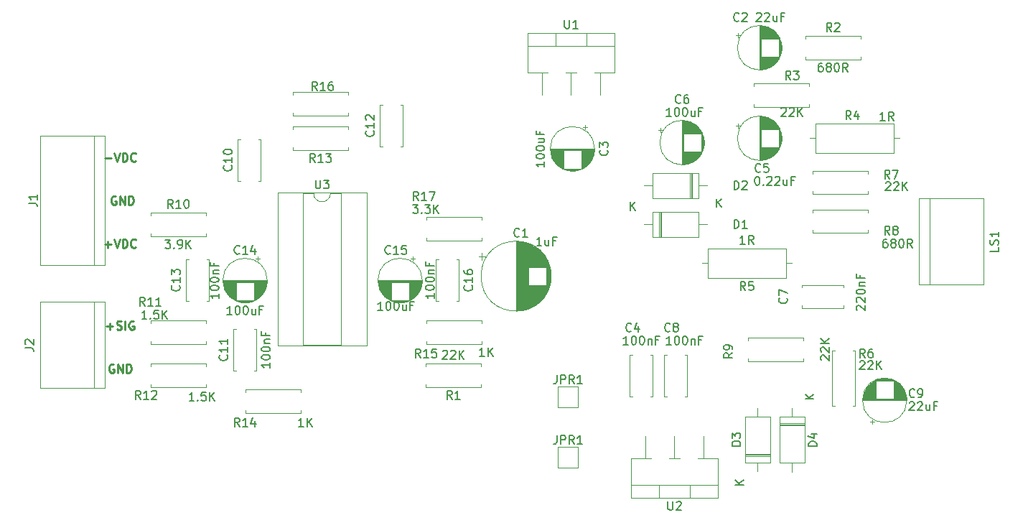
<source format=gto>
%TF.GenerationSoftware,KiCad,Pcbnew,5.1.6*%
%TF.CreationDate,2020-07-01T22:40:06-03:00*%
%TF.ProjectId,audioamp,61756469-6f61-46d7-902e-6b696361645f,2*%
%TF.SameCoordinates,Original*%
%TF.FileFunction,Legend,Top*%
%TF.FilePolarity,Positive*%
%FSLAX46Y46*%
G04 Gerber Fmt 4.6, Leading zero omitted, Abs format (unit mm)*
G04 Created by KiCad (PCBNEW 5.1.6) date 2020-07-01 22:40:06*
%MOMM*%
%LPD*%
G01*
G04 APERTURE LIST*
%ADD10C,0.250000*%
%ADD11C,0.120000*%
%ADD12C,0.150000*%
G04 APERTURE END LIST*
D10*
X57150095Y-94242000D02*
X57054857Y-94194380D01*
X56912000Y-94194380D01*
X56769142Y-94242000D01*
X56673904Y-94337238D01*
X56626285Y-94432476D01*
X56578666Y-94622952D01*
X56578666Y-94765809D01*
X56626285Y-94956285D01*
X56673904Y-95051523D01*
X56769142Y-95146761D01*
X56912000Y-95194380D01*
X57007238Y-95194380D01*
X57150095Y-95146761D01*
X57197714Y-95099142D01*
X57197714Y-94765809D01*
X57007238Y-94765809D01*
X57626285Y-95194380D02*
X57626285Y-94194380D01*
X58197714Y-95194380D01*
X58197714Y-94194380D01*
X58673904Y-95194380D02*
X58673904Y-94194380D01*
X58912000Y-94194380D01*
X59054857Y-94242000D01*
X59150095Y-94337238D01*
X59197714Y-94432476D01*
X59245333Y-94622952D01*
X59245333Y-94765809D01*
X59197714Y-94956285D01*
X59150095Y-95051523D01*
X59054857Y-95146761D01*
X58912000Y-95194380D01*
X58673904Y-95194380D01*
X56316761Y-89733428D02*
X57078666Y-89733428D01*
X56697714Y-90114380D02*
X56697714Y-89352476D01*
X57507238Y-90066761D02*
X57650095Y-90114380D01*
X57888190Y-90114380D01*
X57983428Y-90066761D01*
X58031047Y-90019142D01*
X58078666Y-89923904D01*
X58078666Y-89828666D01*
X58031047Y-89733428D01*
X57983428Y-89685809D01*
X57888190Y-89638190D01*
X57697714Y-89590571D01*
X57602476Y-89542952D01*
X57554857Y-89495333D01*
X57507238Y-89400095D01*
X57507238Y-89304857D01*
X57554857Y-89209619D01*
X57602476Y-89162000D01*
X57697714Y-89114380D01*
X57935809Y-89114380D01*
X58078666Y-89162000D01*
X58507238Y-90114380D02*
X58507238Y-89114380D01*
X59507238Y-89162000D02*
X59412000Y-89114380D01*
X59269142Y-89114380D01*
X59126285Y-89162000D01*
X59031047Y-89257238D01*
X58983428Y-89352476D01*
X58935809Y-89542952D01*
X58935809Y-89685809D01*
X58983428Y-89876285D01*
X59031047Y-89971523D01*
X59126285Y-90066761D01*
X59269142Y-90114380D01*
X59364380Y-90114380D01*
X59507238Y-90066761D01*
X59554857Y-90019142D01*
X59554857Y-89685809D01*
X59364380Y-89685809D01*
X56102476Y-80081428D02*
X56864380Y-80081428D01*
X56483428Y-80462380D02*
X56483428Y-79700476D01*
X57197714Y-79462380D02*
X57531047Y-80462380D01*
X57864380Y-79462380D01*
X58197714Y-80462380D02*
X58197714Y-79462380D01*
X58435809Y-79462380D01*
X58578666Y-79510000D01*
X58673904Y-79605238D01*
X58721523Y-79700476D01*
X58769142Y-79890952D01*
X58769142Y-80033809D01*
X58721523Y-80224285D01*
X58673904Y-80319523D01*
X58578666Y-80414761D01*
X58435809Y-80462380D01*
X58197714Y-80462380D01*
X59769142Y-80367142D02*
X59721523Y-80414761D01*
X59578666Y-80462380D01*
X59483428Y-80462380D01*
X59340571Y-80414761D01*
X59245333Y-80319523D01*
X59197714Y-80224285D01*
X59150095Y-80033809D01*
X59150095Y-79890952D01*
X59197714Y-79700476D01*
X59245333Y-79605238D01*
X59340571Y-79510000D01*
X59483428Y-79462380D01*
X59578666Y-79462380D01*
X59721523Y-79510000D01*
X59769142Y-79557619D01*
X56102476Y-69921428D02*
X56864380Y-69921428D01*
X57197714Y-69302380D02*
X57531047Y-70302380D01*
X57864380Y-69302380D01*
X58197714Y-70302380D02*
X58197714Y-69302380D01*
X58435809Y-69302380D01*
X58578666Y-69350000D01*
X58673904Y-69445238D01*
X58721523Y-69540476D01*
X58769142Y-69730952D01*
X58769142Y-69873809D01*
X58721523Y-70064285D01*
X58673904Y-70159523D01*
X58578666Y-70254761D01*
X58435809Y-70302380D01*
X58197714Y-70302380D01*
X59769142Y-70207142D02*
X59721523Y-70254761D01*
X59578666Y-70302380D01*
X59483428Y-70302380D01*
X59340571Y-70254761D01*
X59245333Y-70159523D01*
X59197714Y-70064285D01*
X59150095Y-69873809D01*
X59150095Y-69730952D01*
X59197714Y-69540476D01*
X59245333Y-69445238D01*
X59340571Y-69350000D01*
X59483428Y-69302380D01*
X59578666Y-69302380D01*
X59721523Y-69350000D01*
X59769142Y-69397619D01*
X57404095Y-74430000D02*
X57308857Y-74382380D01*
X57166000Y-74382380D01*
X57023142Y-74430000D01*
X56927904Y-74525238D01*
X56880285Y-74620476D01*
X56832666Y-74810952D01*
X56832666Y-74953809D01*
X56880285Y-75144285D01*
X56927904Y-75239523D01*
X57023142Y-75334761D01*
X57166000Y-75382380D01*
X57261238Y-75382380D01*
X57404095Y-75334761D01*
X57451714Y-75287142D01*
X57451714Y-74953809D01*
X57261238Y-74953809D01*
X57880285Y-75382380D02*
X57880285Y-74382380D01*
X58451714Y-75382380D01*
X58451714Y-74382380D01*
X58927904Y-75382380D02*
X58927904Y-74382380D01*
X59166000Y-74382380D01*
X59308857Y-74430000D01*
X59404095Y-74525238D01*
X59451714Y-74620476D01*
X59499333Y-74810952D01*
X59499333Y-74953809D01*
X59451714Y-75144285D01*
X59404095Y-75239523D01*
X59308857Y-75334761D01*
X59166000Y-75382380D01*
X58927904Y-75382380D01*
D11*
%TO.C,U1*%
X105975000Y-55180000D02*
X116216000Y-55180000D01*
X105975000Y-59821000D02*
X108331000Y-59821000D01*
X110461000Y-59821000D02*
X111731000Y-59821000D01*
X113861000Y-59821000D02*
X116216000Y-59821000D01*
X105975000Y-55180000D02*
X105975000Y-59821000D01*
X116216000Y-55180000D02*
X116216000Y-59821000D01*
X105975000Y-56689000D02*
X116216000Y-56689000D01*
X109246000Y-55180000D02*
X109246000Y-56689000D01*
X112946000Y-55180000D02*
X112946000Y-56689000D01*
X107696000Y-59821000D02*
X107696000Y-62451000D01*
X111096000Y-59821000D02*
X111096000Y-62435000D01*
X114496000Y-59821000D02*
X114496000Y-62435000D01*
%TO.C,R1*%
X93948500Y-94134000D02*
X93948500Y-94464000D01*
X100488500Y-94134000D02*
X93948500Y-94134000D01*
X100488500Y-94464000D02*
X100488500Y-94134000D01*
X93948500Y-96874000D02*
X93948500Y-96544000D01*
X100488500Y-96874000D02*
X93948500Y-96874000D01*
X100488500Y-96544000D02*
X100488500Y-96874000D01*
%TO.C,LS1*%
X153416000Y-84836000D02*
X153416000Y-74676000D01*
X152146000Y-84836000D02*
X159766000Y-84836000D01*
X159766000Y-84836000D02*
X159766000Y-74676000D01*
X159766000Y-74676000D02*
X152146000Y-74676000D01*
X152146000Y-74676000D02*
X152146000Y-84836000D01*
%TO.C,R6*%
X141886000Y-99155000D02*
X142216000Y-99155000D01*
X141886000Y-92615000D02*
X141886000Y-99155000D01*
X142216000Y-92615000D02*
X141886000Y-92615000D01*
X144626000Y-99155000D02*
X144296000Y-99155000D01*
X144626000Y-92615000D02*
X144626000Y-99155000D01*
X144296000Y-92615000D02*
X144626000Y-92615000D01*
%TO.C,J1*%
X56134000Y-82486500D02*
X48514000Y-82486500D01*
X56134000Y-67246500D02*
X48514000Y-67246500D01*
X54864000Y-82486500D02*
X54864000Y-67246500D01*
X48514000Y-82486500D02*
X48514000Y-67246500D01*
X56134000Y-82486500D02*
X56134000Y-67246500D01*
%TO.C,JPR1*%
X109544000Y-96844000D02*
X111944000Y-96844000D01*
X111944000Y-96844000D02*
X111944000Y-99244000D01*
X111944000Y-99244000D02*
X109544000Y-99244000D01*
X109544000Y-99244000D02*
X109544000Y-96844000D01*
X109544000Y-106356000D02*
X109544000Y-103956000D01*
X111944000Y-106356000D02*
X109544000Y-106356000D01*
X111944000Y-103956000D02*
X111944000Y-106356000D01*
X109544000Y-103956000D02*
X111944000Y-103956000D01*
%TO.C,C3*%
X113872000Y-68814000D02*
G75*
G03*
X113872000Y-68814000I-2620000J0D01*
G01*
X113832000Y-68814000D02*
X108672000Y-68814000D01*
X113832000Y-68854000D02*
X108672000Y-68854000D01*
X113831000Y-68894000D02*
X108673000Y-68894000D01*
X113830000Y-68934000D02*
X108674000Y-68934000D01*
X113828000Y-68974000D02*
X108676000Y-68974000D01*
X113825000Y-69014000D02*
X108679000Y-69014000D01*
X113821000Y-69054000D02*
X112292000Y-69054000D01*
X110212000Y-69054000D02*
X108683000Y-69054000D01*
X113817000Y-69094000D02*
X112292000Y-69094000D01*
X110212000Y-69094000D02*
X108687000Y-69094000D01*
X113813000Y-69134000D02*
X112292000Y-69134000D01*
X110212000Y-69134000D02*
X108691000Y-69134000D01*
X113808000Y-69174000D02*
X112292000Y-69174000D01*
X110212000Y-69174000D02*
X108696000Y-69174000D01*
X113802000Y-69214000D02*
X112292000Y-69214000D01*
X110212000Y-69214000D02*
X108702000Y-69214000D01*
X113795000Y-69254000D02*
X112292000Y-69254000D01*
X110212000Y-69254000D02*
X108709000Y-69254000D01*
X113788000Y-69294000D02*
X112292000Y-69294000D01*
X110212000Y-69294000D02*
X108716000Y-69294000D01*
X113780000Y-69334000D02*
X112292000Y-69334000D01*
X110212000Y-69334000D02*
X108724000Y-69334000D01*
X113772000Y-69374000D02*
X112292000Y-69374000D01*
X110212000Y-69374000D02*
X108732000Y-69374000D01*
X113763000Y-69414000D02*
X112292000Y-69414000D01*
X110212000Y-69414000D02*
X108741000Y-69414000D01*
X113753000Y-69454000D02*
X112292000Y-69454000D01*
X110212000Y-69454000D02*
X108751000Y-69454000D01*
X113743000Y-69494000D02*
X112292000Y-69494000D01*
X110212000Y-69494000D02*
X108761000Y-69494000D01*
X113732000Y-69535000D02*
X112292000Y-69535000D01*
X110212000Y-69535000D02*
X108772000Y-69535000D01*
X113720000Y-69575000D02*
X112292000Y-69575000D01*
X110212000Y-69575000D02*
X108784000Y-69575000D01*
X113707000Y-69615000D02*
X112292000Y-69615000D01*
X110212000Y-69615000D02*
X108797000Y-69615000D01*
X113694000Y-69655000D02*
X112292000Y-69655000D01*
X110212000Y-69655000D02*
X108810000Y-69655000D01*
X113680000Y-69695000D02*
X112292000Y-69695000D01*
X110212000Y-69695000D02*
X108824000Y-69695000D01*
X113666000Y-69735000D02*
X112292000Y-69735000D01*
X110212000Y-69735000D02*
X108838000Y-69735000D01*
X113650000Y-69775000D02*
X112292000Y-69775000D01*
X110212000Y-69775000D02*
X108854000Y-69775000D01*
X113634000Y-69815000D02*
X112292000Y-69815000D01*
X110212000Y-69815000D02*
X108870000Y-69815000D01*
X113617000Y-69855000D02*
X112292000Y-69855000D01*
X110212000Y-69855000D02*
X108887000Y-69855000D01*
X113600000Y-69895000D02*
X112292000Y-69895000D01*
X110212000Y-69895000D02*
X108904000Y-69895000D01*
X113581000Y-69935000D02*
X112292000Y-69935000D01*
X110212000Y-69935000D02*
X108923000Y-69935000D01*
X113562000Y-69975000D02*
X112292000Y-69975000D01*
X110212000Y-69975000D02*
X108942000Y-69975000D01*
X113542000Y-70015000D02*
X112292000Y-70015000D01*
X110212000Y-70015000D02*
X108962000Y-70015000D01*
X113520000Y-70055000D02*
X112292000Y-70055000D01*
X110212000Y-70055000D02*
X108984000Y-70055000D01*
X113499000Y-70095000D02*
X112292000Y-70095000D01*
X110212000Y-70095000D02*
X109005000Y-70095000D01*
X113476000Y-70135000D02*
X112292000Y-70135000D01*
X110212000Y-70135000D02*
X109028000Y-70135000D01*
X113452000Y-70175000D02*
X112292000Y-70175000D01*
X110212000Y-70175000D02*
X109052000Y-70175000D01*
X113427000Y-70215000D02*
X112292000Y-70215000D01*
X110212000Y-70215000D02*
X109077000Y-70215000D01*
X113401000Y-70255000D02*
X112292000Y-70255000D01*
X110212000Y-70255000D02*
X109103000Y-70255000D01*
X113374000Y-70295000D02*
X112292000Y-70295000D01*
X110212000Y-70295000D02*
X109130000Y-70295000D01*
X113347000Y-70335000D02*
X112292000Y-70335000D01*
X110212000Y-70335000D02*
X109157000Y-70335000D01*
X113317000Y-70375000D02*
X112292000Y-70375000D01*
X110212000Y-70375000D02*
X109187000Y-70375000D01*
X113287000Y-70415000D02*
X112292000Y-70415000D01*
X110212000Y-70415000D02*
X109217000Y-70415000D01*
X113256000Y-70455000D02*
X112292000Y-70455000D01*
X110212000Y-70455000D02*
X109248000Y-70455000D01*
X113223000Y-70495000D02*
X112292000Y-70495000D01*
X110212000Y-70495000D02*
X109281000Y-70495000D01*
X113189000Y-70535000D02*
X112292000Y-70535000D01*
X110212000Y-70535000D02*
X109315000Y-70535000D01*
X113153000Y-70575000D02*
X112292000Y-70575000D01*
X110212000Y-70575000D02*
X109351000Y-70575000D01*
X113116000Y-70615000D02*
X112292000Y-70615000D01*
X110212000Y-70615000D02*
X109388000Y-70615000D01*
X113078000Y-70655000D02*
X112292000Y-70655000D01*
X110212000Y-70655000D02*
X109426000Y-70655000D01*
X113037000Y-70695000D02*
X112292000Y-70695000D01*
X110212000Y-70695000D02*
X109467000Y-70695000D01*
X112995000Y-70735000D02*
X112292000Y-70735000D01*
X110212000Y-70735000D02*
X109509000Y-70735000D01*
X112951000Y-70775000D02*
X112292000Y-70775000D01*
X110212000Y-70775000D02*
X109553000Y-70775000D01*
X112905000Y-70815000D02*
X112292000Y-70815000D01*
X110212000Y-70815000D02*
X109599000Y-70815000D01*
X112857000Y-70855000D02*
X112292000Y-70855000D01*
X110212000Y-70855000D02*
X109647000Y-70855000D01*
X112806000Y-70895000D02*
X112292000Y-70895000D01*
X110212000Y-70895000D02*
X109698000Y-70895000D01*
X112752000Y-70935000D02*
X112292000Y-70935000D01*
X110212000Y-70935000D02*
X109752000Y-70935000D01*
X112695000Y-70975000D02*
X112292000Y-70975000D01*
X110212000Y-70975000D02*
X109809000Y-70975000D01*
X112635000Y-71015000D02*
X112292000Y-71015000D01*
X110212000Y-71015000D02*
X109869000Y-71015000D01*
X112571000Y-71055000D02*
X112292000Y-71055000D01*
X110212000Y-71055000D02*
X109933000Y-71055000D01*
X112503000Y-71095000D02*
X112292000Y-71095000D01*
X110212000Y-71095000D02*
X110001000Y-71095000D01*
X112430000Y-71135000D02*
X110074000Y-71135000D01*
X112350000Y-71175000D02*
X110154000Y-71175000D01*
X112263000Y-71215000D02*
X110241000Y-71215000D01*
X112167000Y-71255000D02*
X110337000Y-71255000D01*
X112057000Y-71295000D02*
X110447000Y-71295000D01*
X111929000Y-71335000D02*
X110575000Y-71335000D01*
X111770000Y-71375000D02*
X110734000Y-71375000D01*
X111536000Y-71415000D02*
X110968000Y-71415000D01*
X112727000Y-66009225D02*
X112727000Y-66509225D01*
X112977000Y-66259225D02*
X112477000Y-66259225D01*
%TO.C,R5*%
X126516000Y-82296000D02*
X127206000Y-82296000D01*
X137136000Y-82296000D02*
X136446000Y-82296000D01*
X127206000Y-84016000D02*
X136446000Y-84016000D01*
X127206000Y-80576000D02*
X127206000Y-84016000D01*
X136446000Y-80576000D02*
X127206000Y-80576000D01*
X136446000Y-84016000D02*
X136446000Y-80576000D01*
%TO.C,C6*%
X126806000Y-68072000D02*
G75*
G03*
X126806000Y-68072000I-2620000J0D01*
G01*
X124186000Y-65492000D02*
X124186000Y-70652000D01*
X124226000Y-65492000D02*
X124226000Y-70652000D01*
X124266000Y-65493000D02*
X124266000Y-70651000D01*
X124306000Y-65494000D02*
X124306000Y-70650000D01*
X124346000Y-65496000D02*
X124346000Y-70648000D01*
X124386000Y-65499000D02*
X124386000Y-70645000D01*
X124426000Y-65503000D02*
X124426000Y-67032000D01*
X124426000Y-69112000D02*
X124426000Y-70641000D01*
X124466000Y-65507000D02*
X124466000Y-67032000D01*
X124466000Y-69112000D02*
X124466000Y-70637000D01*
X124506000Y-65511000D02*
X124506000Y-67032000D01*
X124506000Y-69112000D02*
X124506000Y-70633000D01*
X124546000Y-65516000D02*
X124546000Y-67032000D01*
X124546000Y-69112000D02*
X124546000Y-70628000D01*
X124586000Y-65522000D02*
X124586000Y-67032000D01*
X124586000Y-69112000D02*
X124586000Y-70622000D01*
X124626000Y-65529000D02*
X124626000Y-67032000D01*
X124626000Y-69112000D02*
X124626000Y-70615000D01*
X124666000Y-65536000D02*
X124666000Y-67032000D01*
X124666000Y-69112000D02*
X124666000Y-70608000D01*
X124706000Y-65544000D02*
X124706000Y-67032000D01*
X124706000Y-69112000D02*
X124706000Y-70600000D01*
X124746000Y-65552000D02*
X124746000Y-67032000D01*
X124746000Y-69112000D02*
X124746000Y-70592000D01*
X124786000Y-65561000D02*
X124786000Y-67032000D01*
X124786000Y-69112000D02*
X124786000Y-70583000D01*
X124826000Y-65571000D02*
X124826000Y-67032000D01*
X124826000Y-69112000D02*
X124826000Y-70573000D01*
X124866000Y-65581000D02*
X124866000Y-67032000D01*
X124866000Y-69112000D02*
X124866000Y-70563000D01*
X124907000Y-65592000D02*
X124907000Y-67032000D01*
X124907000Y-69112000D02*
X124907000Y-70552000D01*
X124947000Y-65604000D02*
X124947000Y-67032000D01*
X124947000Y-69112000D02*
X124947000Y-70540000D01*
X124987000Y-65617000D02*
X124987000Y-67032000D01*
X124987000Y-69112000D02*
X124987000Y-70527000D01*
X125027000Y-65630000D02*
X125027000Y-67032000D01*
X125027000Y-69112000D02*
X125027000Y-70514000D01*
X125067000Y-65644000D02*
X125067000Y-67032000D01*
X125067000Y-69112000D02*
X125067000Y-70500000D01*
X125107000Y-65658000D02*
X125107000Y-67032000D01*
X125107000Y-69112000D02*
X125107000Y-70486000D01*
X125147000Y-65674000D02*
X125147000Y-67032000D01*
X125147000Y-69112000D02*
X125147000Y-70470000D01*
X125187000Y-65690000D02*
X125187000Y-67032000D01*
X125187000Y-69112000D02*
X125187000Y-70454000D01*
X125227000Y-65707000D02*
X125227000Y-67032000D01*
X125227000Y-69112000D02*
X125227000Y-70437000D01*
X125267000Y-65724000D02*
X125267000Y-67032000D01*
X125267000Y-69112000D02*
X125267000Y-70420000D01*
X125307000Y-65743000D02*
X125307000Y-67032000D01*
X125307000Y-69112000D02*
X125307000Y-70401000D01*
X125347000Y-65762000D02*
X125347000Y-67032000D01*
X125347000Y-69112000D02*
X125347000Y-70382000D01*
X125387000Y-65782000D02*
X125387000Y-67032000D01*
X125387000Y-69112000D02*
X125387000Y-70362000D01*
X125427000Y-65804000D02*
X125427000Y-67032000D01*
X125427000Y-69112000D02*
X125427000Y-70340000D01*
X125467000Y-65825000D02*
X125467000Y-67032000D01*
X125467000Y-69112000D02*
X125467000Y-70319000D01*
X125507000Y-65848000D02*
X125507000Y-67032000D01*
X125507000Y-69112000D02*
X125507000Y-70296000D01*
X125547000Y-65872000D02*
X125547000Y-67032000D01*
X125547000Y-69112000D02*
X125547000Y-70272000D01*
X125587000Y-65897000D02*
X125587000Y-67032000D01*
X125587000Y-69112000D02*
X125587000Y-70247000D01*
X125627000Y-65923000D02*
X125627000Y-67032000D01*
X125627000Y-69112000D02*
X125627000Y-70221000D01*
X125667000Y-65950000D02*
X125667000Y-67032000D01*
X125667000Y-69112000D02*
X125667000Y-70194000D01*
X125707000Y-65977000D02*
X125707000Y-67032000D01*
X125707000Y-69112000D02*
X125707000Y-70167000D01*
X125747000Y-66007000D02*
X125747000Y-67032000D01*
X125747000Y-69112000D02*
X125747000Y-70137000D01*
X125787000Y-66037000D02*
X125787000Y-67032000D01*
X125787000Y-69112000D02*
X125787000Y-70107000D01*
X125827000Y-66068000D02*
X125827000Y-67032000D01*
X125827000Y-69112000D02*
X125827000Y-70076000D01*
X125867000Y-66101000D02*
X125867000Y-67032000D01*
X125867000Y-69112000D02*
X125867000Y-70043000D01*
X125907000Y-66135000D02*
X125907000Y-67032000D01*
X125907000Y-69112000D02*
X125907000Y-70009000D01*
X125947000Y-66171000D02*
X125947000Y-67032000D01*
X125947000Y-69112000D02*
X125947000Y-69973000D01*
X125987000Y-66208000D02*
X125987000Y-67032000D01*
X125987000Y-69112000D02*
X125987000Y-69936000D01*
X126027000Y-66246000D02*
X126027000Y-67032000D01*
X126027000Y-69112000D02*
X126027000Y-69898000D01*
X126067000Y-66287000D02*
X126067000Y-67032000D01*
X126067000Y-69112000D02*
X126067000Y-69857000D01*
X126107000Y-66329000D02*
X126107000Y-67032000D01*
X126107000Y-69112000D02*
X126107000Y-69815000D01*
X126147000Y-66373000D02*
X126147000Y-67032000D01*
X126147000Y-69112000D02*
X126147000Y-69771000D01*
X126187000Y-66419000D02*
X126187000Y-67032000D01*
X126187000Y-69112000D02*
X126187000Y-69725000D01*
X126227000Y-66467000D02*
X126227000Y-67032000D01*
X126227000Y-69112000D02*
X126227000Y-69677000D01*
X126267000Y-66518000D02*
X126267000Y-67032000D01*
X126267000Y-69112000D02*
X126267000Y-69626000D01*
X126307000Y-66572000D02*
X126307000Y-67032000D01*
X126307000Y-69112000D02*
X126307000Y-69572000D01*
X126347000Y-66629000D02*
X126347000Y-67032000D01*
X126347000Y-69112000D02*
X126347000Y-69515000D01*
X126387000Y-66689000D02*
X126387000Y-67032000D01*
X126387000Y-69112000D02*
X126387000Y-69455000D01*
X126427000Y-66753000D02*
X126427000Y-67032000D01*
X126427000Y-69112000D02*
X126427000Y-69391000D01*
X126467000Y-66821000D02*
X126467000Y-67032000D01*
X126467000Y-69112000D02*
X126467000Y-69323000D01*
X126507000Y-66894000D02*
X126507000Y-69250000D01*
X126547000Y-66974000D02*
X126547000Y-69170000D01*
X126587000Y-67061000D02*
X126587000Y-69083000D01*
X126627000Y-67157000D02*
X126627000Y-68987000D01*
X126667000Y-67267000D02*
X126667000Y-68877000D01*
X126707000Y-67395000D02*
X126707000Y-68749000D01*
X126747000Y-67554000D02*
X126747000Y-68590000D01*
X126787000Y-67788000D02*
X126787000Y-68356000D01*
X121381225Y-66597000D02*
X121881225Y-66597000D01*
X121631225Y-66347000D02*
X121631225Y-66847000D01*
%TO.C,D2*%
X126164000Y-74622000D02*
X126164000Y-71682000D01*
X126164000Y-71682000D02*
X120724000Y-71682000D01*
X120724000Y-71682000D02*
X120724000Y-74622000D01*
X120724000Y-74622000D02*
X126164000Y-74622000D01*
X127184000Y-73152000D02*
X126164000Y-73152000D01*
X119704000Y-73152000D02*
X120724000Y-73152000D01*
X125264000Y-74622000D02*
X125264000Y-71682000D01*
X125144000Y-74622000D02*
X125144000Y-71682000D01*
X125384000Y-74622000D02*
X125384000Y-71682000D01*
%TO.C,C1*%
X100598302Y-81105000D02*
X100598302Y-81905000D01*
X100198302Y-81505000D02*
X100998302Y-81505000D01*
X108689000Y-83287000D02*
X108689000Y-84353000D01*
X108649000Y-83052000D02*
X108649000Y-84588000D01*
X108609000Y-82872000D02*
X108609000Y-84768000D01*
X108569000Y-82722000D02*
X108569000Y-84918000D01*
X108529000Y-82591000D02*
X108529000Y-85049000D01*
X108489000Y-82474000D02*
X108489000Y-85166000D01*
X108449000Y-82367000D02*
X108449000Y-85273000D01*
X108409000Y-82268000D02*
X108409000Y-85372000D01*
X108369000Y-82175000D02*
X108369000Y-85465000D01*
X108329000Y-82089000D02*
X108329000Y-85551000D01*
X108289000Y-82007000D02*
X108289000Y-85633000D01*
X108249000Y-81930000D02*
X108249000Y-85710000D01*
X108209000Y-81856000D02*
X108209000Y-85784000D01*
X108169000Y-81786000D02*
X108169000Y-85854000D01*
X108129000Y-84860000D02*
X108129000Y-85922000D01*
X108129000Y-81718000D02*
X108129000Y-82780000D01*
X108089000Y-84860000D02*
X108089000Y-85986000D01*
X108089000Y-81654000D02*
X108089000Y-82780000D01*
X108049000Y-84860000D02*
X108049000Y-86048000D01*
X108049000Y-81592000D02*
X108049000Y-82780000D01*
X108009000Y-84860000D02*
X108009000Y-86107000D01*
X108009000Y-81533000D02*
X108009000Y-82780000D01*
X107969000Y-84860000D02*
X107969000Y-86165000D01*
X107969000Y-81475000D02*
X107969000Y-82780000D01*
X107929000Y-84860000D02*
X107929000Y-86220000D01*
X107929000Y-81420000D02*
X107929000Y-82780000D01*
X107889000Y-84860000D02*
X107889000Y-86274000D01*
X107889000Y-81366000D02*
X107889000Y-82780000D01*
X107849000Y-84860000D02*
X107849000Y-86325000D01*
X107849000Y-81315000D02*
X107849000Y-82780000D01*
X107809000Y-84860000D02*
X107809000Y-86376000D01*
X107809000Y-81264000D02*
X107809000Y-82780000D01*
X107769000Y-84860000D02*
X107769000Y-86424000D01*
X107769000Y-81216000D02*
X107769000Y-82780000D01*
X107729000Y-84860000D02*
X107729000Y-86471000D01*
X107729000Y-81169000D02*
X107729000Y-82780000D01*
X107689000Y-84860000D02*
X107689000Y-86517000D01*
X107689000Y-81123000D02*
X107689000Y-82780000D01*
X107649000Y-84860000D02*
X107649000Y-86561000D01*
X107649000Y-81079000D02*
X107649000Y-82780000D01*
X107609000Y-84860000D02*
X107609000Y-86604000D01*
X107609000Y-81036000D02*
X107609000Y-82780000D01*
X107569000Y-84860000D02*
X107569000Y-86646000D01*
X107569000Y-80994000D02*
X107569000Y-82780000D01*
X107529000Y-84860000D02*
X107529000Y-86687000D01*
X107529000Y-80953000D02*
X107529000Y-82780000D01*
X107489000Y-84860000D02*
X107489000Y-86727000D01*
X107489000Y-80913000D02*
X107489000Y-82780000D01*
X107449000Y-84860000D02*
X107449000Y-86765000D01*
X107449000Y-80875000D02*
X107449000Y-82780000D01*
X107409000Y-84860000D02*
X107409000Y-86803000D01*
X107409000Y-80837000D02*
X107409000Y-82780000D01*
X107369000Y-84860000D02*
X107369000Y-86839000D01*
X107369000Y-80801000D02*
X107369000Y-82780000D01*
X107329000Y-84860000D02*
X107329000Y-86875000D01*
X107329000Y-80765000D02*
X107329000Y-82780000D01*
X107289000Y-84860000D02*
X107289000Y-86910000D01*
X107289000Y-80730000D02*
X107289000Y-82780000D01*
X107249000Y-84860000D02*
X107249000Y-86944000D01*
X107249000Y-80696000D02*
X107249000Y-82780000D01*
X107209000Y-84860000D02*
X107209000Y-86976000D01*
X107209000Y-80664000D02*
X107209000Y-82780000D01*
X107169000Y-84860000D02*
X107169000Y-87009000D01*
X107169000Y-80631000D02*
X107169000Y-82780000D01*
X107129000Y-84860000D02*
X107129000Y-87040000D01*
X107129000Y-80600000D02*
X107129000Y-82780000D01*
X107089000Y-84860000D02*
X107089000Y-87070000D01*
X107089000Y-80570000D02*
X107089000Y-82780000D01*
X107049000Y-84860000D02*
X107049000Y-87100000D01*
X107049000Y-80540000D02*
X107049000Y-82780000D01*
X107009000Y-84860000D02*
X107009000Y-87129000D01*
X107009000Y-80511000D02*
X107009000Y-82780000D01*
X106969000Y-84860000D02*
X106969000Y-87158000D01*
X106969000Y-80482000D02*
X106969000Y-82780000D01*
X106929000Y-84860000D02*
X106929000Y-87185000D01*
X106929000Y-80455000D02*
X106929000Y-82780000D01*
X106889000Y-84860000D02*
X106889000Y-87212000D01*
X106889000Y-80428000D02*
X106889000Y-82780000D01*
X106849000Y-84860000D02*
X106849000Y-87238000D01*
X106849000Y-80402000D02*
X106849000Y-82780000D01*
X106809000Y-84860000D02*
X106809000Y-87264000D01*
X106809000Y-80376000D02*
X106809000Y-82780000D01*
X106769000Y-84860000D02*
X106769000Y-87289000D01*
X106769000Y-80351000D02*
X106769000Y-82780000D01*
X106729000Y-84860000D02*
X106729000Y-87313000D01*
X106729000Y-80327000D02*
X106729000Y-82780000D01*
X106689000Y-84860000D02*
X106689000Y-87337000D01*
X106689000Y-80303000D02*
X106689000Y-82780000D01*
X106649000Y-84860000D02*
X106649000Y-87360000D01*
X106649000Y-80280000D02*
X106649000Y-82780000D01*
X106609000Y-84860000D02*
X106609000Y-87382000D01*
X106609000Y-80258000D02*
X106609000Y-82780000D01*
X106569000Y-84860000D02*
X106569000Y-87404000D01*
X106569000Y-80236000D02*
X106569000Y-82780000D01*
X106529000Y-84860000D02*
X106529000Y-87426000D01*
X106529000Y-80214000D02*
X106529000Y-82780000D01*
X106489000Y-84860000D02*
X106489000Y-87447000D01*
X106489000Y-80193000D02*
X106489000Y-82780000D01*
X106449000Y-84860000D02*
X106449000Y-87467000D01*
X106449000Y-80173000D02*
X106449000Y-82780000D01*
X106409000Y-84860000D02*
X106409000Y-87486000D01*
X106409000Y-80154000D02*
X106409000Y-82780000D01*
X106369000Y-84860000D02*
X106369000Y-87506000D01*
X106369000Y-80134000D02*
X106369000Y-82780000D01*
X106329000Y-84860000D02*
X106329000Y-87524000D01*
X106329000Y-80116000D02*
X106329000Y-82780000D01*
X106289000Y-84860000D02*
X106289000Y-87542000D01*
X106289000Y-80098000D02*
X106289000Y-82780000D01*
X106249000Y-84860000D02*
X106249000Y-87560000D01*
X106249000Y-80080000D02*
X106249000Y-82780000D01*
X106209000Y-84860000D02*
X106209000Y-87577000D01*
X106209000Y-80063000D02*
X106209000Y-82780000D01*
X106169000Y-84860000D02*
X106169000Y-87594000D01*
X106169000Y-80046000D02*
X106169000Y-82780000D01*
X106129000Y-84860000D02*
X106129000Y-87610000D01*
X106129000Y-80030000D02*
X106129000Y-82780000D01*
X106089000Y-84860000D02*
X106089000Y-87625000D01*
X106089000Y-80015000D02*
X106089000Y-82780000D01*
X106049000Y-79999000D02*
X106049000Y-87641000D01*
X106009000Y-79985000D02*
X106009000Y-87655000D01*
X105969000Y-79970000D02*
X105969000Y-87670000D01*
X105929000Y-79957000D02*
X105929000Y-87683000D01*
X105889000Y-79943000D02*
X105889000Y-87697000D01*
X105849000Y-79931000D02*
X105849000Y-87709000D01*
X105809000Y-79918000D02*
X105809000Y-87722000D01*
X105769000Y-79906000D02*
X105769000Y-87734000D01*
X105729000Y-79895000D02*
X105729000Y-87745000D01*
X105689000Y-79884000D02*
X105689000Y-87756000D01*
X105649000Y-79873000D02*
X105649000Y-87767000D01*
X105609000Y-79863000D02*
X105609000Y-87777000D01*
X105569000Y-79853000D02*
X105569000Y-87787000D01*
X105529000Y-79844000D02*
X105529000Y-87796000D01*
X105489000Y-79835000D02*
X105489000Y-87805000D01*
X105449000Y-79826000D02*
X105449000Y-87814000D01*
X105409000Y-79818000D02*
X105409000Y-87822000D01*
X105369000Y-79810000D02*
X105369000Y-87830000D01*
X105329000Y-79803000D02*
X105329000Y-87837000D01*
X105288000Y-79796000D02*
X105288000Y-87844000D01*
X105248000Y-79790000D02*
X105248000Y-87850000D01*
X105208000Y-79783000D02*
X105208000Y-87857000D01*
X105168000Y-79778000D02*
X105168000Y-87862000D01*
X105128000Y-79772000D02*
X105128000Y-87868000D01*
X105088000Y-79768000D02*
X105088000Y-87872000D01*
X105048000Y-79763000D02*
X105048000Y-87877000D01*
X105008000Y-79759000D02*
X105008000Y-87881000D01*
X104968000Y-79755000D02*
X104968000Y-87885000D01*
X104928000Y-79752000D02*
X104928000Y-87888000D01*
X104888000Y-79749000D02*
X104888000Y-87891000D01*
X104848000Y-79746000D02*
X104848000Y-87894000D01*
X104808000Y-79744000D02*
X104808000Y-87896000D01*
X104768000Y-79743000D02*
X104768000Y-87897000D01*
X104728000Y-79741000D02*
X104728000Y-87899000D01*
X104688000Y-79740000D02*
X104688000Y-87900000D01*
X104648000Y-79740000D02*
X104648000Y-87900000D01*
X104608000Y-79740000D02*
X104608000Y-87900000D01*
X108728000Y-83820000D02*
G75*
G03*
X108728000Y-83820000I-4120000J0D01*
G01*
%TO.C,R4*%
X149836000Y-67564000D02*
X149146000Y-67564000D01*
X139216000Y-67564000D02*
X139906000Y-67564000D01*
X149146000Y-65844000D02*
X139906000Y-65844000D01*
X149146000Y-69284000D02*
X149146000Y-65844000D01*
X139906000Y-69284000D02*
X149146000Y-69284000D01*
X139906000Y-65844000D02*
X139906000Y-69284000D01*
%TO.C,R13*%
X78264000Y-66194000D02*
X78264000Y-66524000D01*
X84804000Y-66194000D02*
X78264000Y-66194000D01*
X84804000Y-66524000D02*
X84804000Y-66194000D01*
X78264000Y-68934000D02*
X78264000Y-68604000D01*
X84804000Y-68934000D02*
X78264000Y-68934000D01*
X84804000Y-68604000D02*
X84804000Y-68934000D01*
%TO.C,R12*%
X68040000Y-96544000D02*
X68040000Y-96874000D01*
X68040000Y-96874000D02*
X61500000Y-96874000D01*
X61500000Y-96874000D02*
X61500000Y-96544000D01*
X68040000Y-94464000D02*
X68040000Y-94134000D01*
X68040000Y-94134000D02*
X61500000Y-94134000D01*
X61500000Y-94134000D02*
X61500000Y-94464000D01*
%TO.C,R14*%
X79216000Y-99592000D02*
X79216000Y-99922000D01*
X79216000Y-99922000D02*
X72676000Y-99922000D01*
X72676000Y-99922000D02*
X72676000Y-99592000D01*
X79216000Y-97512000D02*
X79216000Y-97182000D01*
X79216000Y-97182000D02*
X72676000Y-97182000D01*
X72676000Y-97182000D02*
X72676000Y-97512000D01*
%TO.C,C16*%
X95465000Y-86758000D02*
X95150000Y-86758000D01*
X97890000Y-86758000D02*
X97575000Y-86758000D01*
X95465000Y-81818000D02*
X95150000Y-81818000D01*
X97890000Y-81818000D02*
X97575000Y-81818000D01*
X95150000Y-81818000D02*
X95150000Y-86758000D01*
X97890000Y-81818000D02*
X97890000Y-86758000D01*
%TO.C,C15*%
X92657000Y-81778113D02*
X92157000Y-81778113D01*
X92407000Y-81528113D02*
X92407000Y-82028113D01*
X91216000Y-86933888D02*
X90648000Y-86933888D01*
X91450000Y-86893888D02*
X90414000Y-86893888D01*
X91609000Y-86853888D02*
X90255000Y-86853888D01*
X91737000Y-86813888D02*
X90127000Y-86813888D01*
X91847000Y-86773888D02*
X90017000Y-86773888D01*
X91943000Y-86733888D02*
X89921000Y-86733888D01*
X92030000Y-86693888D02*
X89834000Y-86693888D01*
X92110000Y-86653888D02*
X89754000Y-86653888D01*
X89892000Y-86613888D02*
X89681000Y-86613888D01*
X92183000Y-86613888D02*
X91972000Y-86613888D01*
X89892000Y-86573888D02*
X89613000Y-86573888D01*
X92251000Y-86573888D02*
X91972000Y-86573888D01*
X89892000Y-86533888D02*
X89549000Y-86533888D01*
X92315000Y-86533888D02*
X91972000Y-86533888D01*
X89892000Y-86493888D02*
X89489000Y-86493888D01*
X92375000Y-86493888D02*
X91972000Y-86493888D01*
X89892000Y-86453888D02*
X89432000Y-86453888D01*
X92432000Y-86453888D02*
X91972000Y-86453888D01*
X89892000Y-86413888D02*
X89378000Y-86413888D01*
X92486000Y-86413888D02*
X91972000Y-86413888D01*
X89892000Y-86373888D02*
X89327000Y-86373888D01*
X92537000Y-86373888D02*
X91972000Y-86373888D01*
X89892000Y-86333888D02*
X89279000Y-86333888D01*
X92585000Y-86333888D02*
X91972000Y-86333888D01*
X89892000Y-86293888D02*
X89233000Y-86293888D01*
X92631000Y-86293888D02*
X91972000Y-86293888D01*
X89892000Y-86253888D02*
X89189000Y-86253888D01*
X92675000Y-86253888D02*
X91972000Y-86253888D01*
X89892000Y-86213888D02*
X89147000Y-86213888D01*
X92717000Y-86213888D02*
X91972000Y-86213888D01*
X89892000Y-86173888D02*
X89106000Y-86173888D01*
X92758000Y-86173888D02*
X91972000Y-86173888D01*
X89892000Y-86133888D02*
X89068000Y-86133888D01*
X92796000Y-86133888D02*
X91972000Y-86133888D01*
X89892000Y-86093888D02*
X89031000Y-86093888D01*
X92833000Y-86093888D02*
X91972000Y-86093888D01*
X89892000Y-86053888D02*
X88995000Y-86053888D01*
X92869000Y-86053888D02*
X91972000Y-86053888D01*
X89892000Y-86013888D02*
X88961000Y-86013888D01*
X92903000Y-86013888D02*
X91972000Y-86013888D01*
X89892000Y-85973888D02*
X88928000Y-85973888D01*
X92936000Y-85973888D02*
X91972000Y-85973888D01*
X89892000Y-85933888D02*
X88897000Y-85933888D01*
X92967000Y-85933888D02*
X91972000Y-85933888D01*
X89892000Y-85893888D02*
X88867000Y-85893888D01*
X92997000Y-85893888D02*
X91972000Y-85893888D01*
X89892000Y-85853888D02*
X88837000Y-85853888D01*
X93027000Y-85853888D02*
X91972000Y-85853888D01*
X89892000Y-85813888D02*
X88810000Y-85813888D01*
X93054000Y-85813888D02*
X91972000Y-85813888D01*
X89892000Y-85773888D02*
X88783000Y-85773888D01*
X93081000Y-85773888D02*
X91972000Y-85773888D01*
X89892000Y-85733888D02*
X88757000Y-85733888D01*
X93107000Y-85733888D02*
X91972000Y-85733888D01*
X89892000Y-85693888D02*
X88732000Y-85693888D01*
X93132000Y-85693888D02*
X91972000Y-85693888D01*
X89892000Y-85653888D02*
X88708000Y-85653888D01*
X93156000Y-85653888D02*
X91972000Y-85653888D01*
X89892000Y-85613888D02*
X88685000Y-85613888D01*
X93179000Y-85613888D02*
X91972000Y-85613888D01*
X89892000Y-85573888D02*
X88664000Y-85573888D01*
X93200000Y-85573888D02*
X91972000Y-85573888D01*
X89892000Y-85533888D02*
X88642000Y-85533888D01*
X93222000Y-85533888D02*
X91972000Y-85533888D01*
X89892000Y-85493888D02*
X88622000Y-85493888D01*
X93242000Y-85493888D02*
X91972000Y-85493888D01*
X89892000Y-85453888D02*
X88603000Y-85453888D01*
X93261000Y-85453888D02*
X91972000Y-85453888D01*
X89892000Y-85413888D02*
X88584000Y-85413888D01*
X93280000Y-85413888D02*
X91972000Y-85413888D01*
X89892000Y-85373888D02*
X88567000Y-85373888D01*
X93297000Y-85373888D02*
X91972000Y-85373888D01*
X89892000Y-85333888D02*
X88550000Y-85333888D01*
X93314000Y-85333888D02*
X91972000Y-85333888D01*
X89892000Y-85293888D02*
X88534000Y-85293888D01*
X93330000Y-85293888D02*
X91972000Y-85293888D01*
X89892000Y-85253888D02*
X88518000Y-85253888D01*
X93346000Y-85253888D02*
X91972000Y-85253888D01*
X89892000Y-85213888D02*
X88504000Y-85213888D01*
X93360000Y-85213888D02*
X91972000Y-85213888D01*
X89892000Y-85173888D02*
X88490000Y-85173888D01*
X93374000Y-85173888D02*
X91972000Y-85173888D01*
X89892000Y-85133888D02*
X88477000Y-85133888D01*
X93387000Y-85133888D02*
X91972000Y-85133888D01*
X89892000Y-85093888D02*
X88464000Y-85093888D01*
X93400000Y-85093888D02*
X91972000Y-85093888D01*
X89892000Y-85053888D02*
X88452000Y-85053888D01*
X93412000Y-85053888D02*
X91972000Y-85053888D01*
X89892000Y-85012888D02*
X88441000Y-85012888D01*
X93423000Y-85012888D02*
X91972000Y-85012888D01*
X89892000Y-84972888D02*
X88431000Y-84972888D01*
X93433000Y-84972888D02*
X91972000Y-84972888D01*
X89892000Y-84932888D02*
X88421000Y-84932888D01*
X93443000Y-84932888D02*
X91972000Y-84932888D01*
X89892000Y-84892888D02*
X88412000Y-84892888D01*
X93452000Y-84892888D02*
X91972000Y-84892888D01*
X89892000Y-84852888D02*
X88404000Y-84852888D01*
X93460000Y-84852888D02*
X91972000Y-84852888D01*
X89892000Y-84812888D02*
X88396000Y-84812888D01*
X93468000Y-84812888D02*
X91972000Y-84812888D01*
X89892000Y-84772888D02*
X88389000Y-84772888D01*
X93475000Y-84772888D02*
X91972000Y-84772888D01*
X89892000Y-84732888D02*
X88382000Y-84732888D01*
X93482000Y-84732888D02*
X91972000Y-84732888D01*
X89892000Y-84692888D02*
X88376000Y-84692888D01*
X93488000Y-84692888D02*
X91972000Y-84692888D01*
X89892000Y-84652888D02*
X88371000Y-84652888D01*
X93493000Y-84652888D02*
X91972000Y-84652888D01*
X89892000Y-84612888D02*
X88367000Y-84612888D01*
X93497000Y-84612888D02*
X91972000Y-84612888D01*
X89892000Y-84572888D02*
X88363000Y-84572888D01*
X93501000Y-84572888D02*
X91972000Y-84572888D01*
X93505000Y-84532888D02*
X88359000Y-84532888D01*
X93508000Y-84492888D02*
X88356000Y-84492888D01*
X93510000Y-84452888D02*
X88354000Y-84452888D01*
X93511000Y-84412888D02*
X88353000Y-84412888D01*
X93512000Y-84372888D02*
X88352000Y-84372888D01*
X93512000Y-84332888D02*
X88352000Y-84332888D01*
X93552000Y-84332888D02*
G75*
G03*
X93552000Y-84332888I-2620000J0D01*
G01*
%TO.C,C14*%
X74369000Y-81778113D02*
X73869000Y-81778113D01*
X74119000Y-81528113D02*
X74119000Y-82028113D01*
X72928000Y-86933888D02*
X72360000Y-86933888D01*
X73162000Y-86893888D02*
X72126000Y-86893888D01*
X73321000Y-86853888D02*
X71967000Y-86853888D01*
X73449000Y-86813888D02*
X71839000Y-86813888D01*
X73559000Y-86773888D02*
X71729000Y-86773888D01*
X73655000Y-86733888D02*
X71633000Y-86733888D01*
X73742000Y-86693888D02*
X71546000Y-86693888D01*
X73822000Y-86653888D02*
X71466000Y-86653888D01*
X71604000Y-86613888D02*
X71393000Y-86613888D01*
X73895000Y-86613888D02*
X73684000Y-86613888D01*
X71604000Y-86573888D02*
X71325000Y-86573888D01*
X73963000Y-86573888D02*
X73684000Y-86573888D01*
X71604000Y-86533888D02*
X71261000Y-86533888D01*
X74027000Y-86533888D02*
X73684000Y-86533888D01*
X71604000Y-86493888D02*
X71201000Y-86493888D01*
X74087000Y-86493888D02*
X73684000Y-86493888D01*
X71604000Y-86453888D02*
X71144000Y-86453888D01*
X74144000Y-86453888D02*
X73684000Y-86453888D01*
X71604000Y-86413888D02*
X71090000Y-86413888D01*
X74198000Y-86413888D02*
X73684000Y-86413888D01*
X71604000Y-86373888D02*
X71039000Y-86373888D01*
X74249000Y-86373888D02*
X73684000Y-86373888D01*
X71604000Y-86333888D02*
X70991000Y-86333888D01*
X74297000Y-86333888D02*
X73684000Y-86333888D01*
X71604000Y-86293888D02*
X70945000Y-86293888D01*
X74343000Y-86293888D02*
X73684000Y-86293888D01*
X71604000Y-86253888D02*
X70901000Y-86253888D01*
X74387000Y-86253888D02*
X73684000Y-86253888D01*
X71604000Y-86213888D02*
X70859000Y-86213888D01*
X74429000Y-86213888D02*
X73684000Y-86213888D01*
X71604000Y-86173888D02*
X70818000Y-86173888D01*
X74470000Y-86173888D02*
X73684000Y-86173888D01*
X71604000Y-86133888D02*
X70780000Y-86133888D01*
X74508000Y-86133888D02*
X73684000Y-86133888D01*
X71604000Y-86093888D02*
X70743000Y-86093888D01*
X74545000Y-86093888D02*
X73684000Y-86093888D01*
X71604000Y-86053888D02*
X70707000Y-86053888D01*
X74581000Y-86053888D02*
X73684000Y-86053888D01*
X71604000Y-86013888D02*
X70673000Y-86013888D01*
X74615000Y-86013888D02*
X73684000Y-86013888D01*
X71604000Y-85973888D02*
X70640000Y-85973888D01*
X74648000Y-85973888D02*
X73684000Y-85973888D01*
X71604000Y-85933888D02*
X70609000Y-85933888D01*
X74679000Y-85933888D02*
X73684000Y-85933888D01*
X71604000Y-85893888D02*
X70579000Y-85893888D01*
X74709000Y-85893888D02*
X73684000Y-85893888D01*
X71604000Y-85853888D02*
X70549000Y-85853888D01*
X74739000Y-85853888D02*
X73684000Y-85853888D01*
X71604000Y-85813888D02*
X70522000Y-85813888D01*
X74766000Y-85813888D02*
X73684000Y-85813888D01*
X71604000Y-85773888D02*
X70495000Y-85773888D01*
X74793000Y-85773888D02*
X73684000Y-85773888D01*
X71604000Y-85733888D02*
X70469000Y-85733888D01*
X74819000Y-85733888D02*
X73684000Y-85733888D01*
X71604000Y-85693888D02*
X70444000Y-85693888D01*
X74844000Y-85693888D02*
X73684000Y-85693888D01*
X71604000Y-85653888D02*
X70420000Y-85653888D01*
X74868000Y-85653888D02*
X73684000Y-85653888D01*
X71604000Y-85613888D02*
X70397000Y-85613888D01*
X74891000Y-85613888D02*
X73684000Y-85613888D01*
X71604000Y-85573888D02*
X70376000Y-85573888D01*
X74912000Y-85573888D02*
X73684000Y-85573888D01*
X71604000Y-85533888D02*
X70354000Y-85533888D01*
X74934000Y-85533888D02*
X73684000Y-85533888D01*
X71604000Y-85493888D02*
X70334000Y-85493888D01*
X74954000Y-85493888D02*
X73684000Y-85493888D01*
X71604000Y-85453888D02*
X70315000Y-85453888D01*
X74973000Y-85453888D02*
X73684000Y-85453888D01*
X71604000Y-85413888D02*
X70296000Y-85413888D01*
X74992000Y-85413888D02*
X73684000Y-85413888D01*
X71604000Y-85373888D02*
X70279000Y-85373888D01*
X75009000Y-85373888D02*
X73684000Y-85373888D01*
X71604000Y-85333888D02*
X70262000Y-85333888D01*
X75026000Y-85333888D02*
X73684000Y-85333888D01*
X71604000Y-85293888D02*
X70246000Y-85293888D01*
X75042000Y-85293888D02*
X73684000Y-85293888D01*
X71604000Y-85253888D02*
X70230000Y-85253888D01*
X75058000Y-85253888D02*
X73684000Y-85253888D01*
X71604000Y-85213888D02*
X70216000Y-85213888D01*
X75072000Y-85213888D02*
X73684000Y-85213888D01*
X71604000Y-85173888D02*
X70202000Y-85173888D01*
X75086000Y-85173888D02*
X73684000Y-85173888D01*
X71604000Y-85133888D02*
X70189000Y-85133888D01*
X75099000Y-85133888D02*
X73684000Y-85133888D01*
X71604000Y-85093888D02*
X70176000Y-85093888D01*
X75112000Y-85093888D02*
X73684000Y-85093888D01*
X71604000Y-85053888D02*
X70164000Y-85053888D01*
X75124000Y-85053888D02*
X73684000Y-85053888D01*
X71604000Y-85012888D02*
X70153000Y-85012888D01*
X75135000Y-85012888D02*
X73684000Y-85012888D01*
X71604000Y-84972888D02*
X70143000Y-84972888D01*
X75145000Y-84972888D02*
X73684000Y-84972888D01*
X71604000Y-84932888D02*
X70133000Y-84932888D01*
X75155000Y-84932888D02*
X73684000Y-84932888D01*
X71604000Y-84892888D02*
X70124000Y-84892888D01*
X75164000Y-84892888D02*
X73684000Y-84892888D01*
X71604000Y-84852888D02*
X70116000Y-84852888D01*
X75172000Y-84852888D02*
X73684000Y-84852888D01*
X71604000Y-84812888D02*
X70108000Y-84812888D01*
X75180000Y-84812888D02*
X73684000Y-84812888D01*
X71604000Y-84772888D02*
X70101000Y-84772888D01*
X75187000Y-84772888D02*
X73684000Y-84772888D01*
X71604000Y-84732888D02*
X70094000Y-84732888D01*
X75194000Y-84732888D02*
X73684000Y-84732888D01*
X71604000Y-84692888D02*
X70088000Y-84692888D01*
X75200000Y-84692888D02*
X73684000Y-84692888D01*
X71604000Y-84652888D02*
X70083000Y-84652888D01*
X75205000Y-84652888D02*
X73684000Y-84652888D01*
X71604000Y-84612888D02*
X70079000Y-84612888D01*
X75209000Y-84612888D02*
X73684000Y-84612888D01*
X71604000Y-84572888D02*
X70075000Y-84572888D01*
X75213000Y-84572888D02*
X73684000Y-84572888D01*
X75217000Y-84532888D02*
X70071000Y-84532888D01*
X75220000Y-84492888D02*
X70068000Y-84492888D01*
X75222000Y-84452888D02*
X70066000Y-84452888D01*
X75223000Y-84412888D02*
X70065000Y-84412888D01*
X75224000Y-84372888D02*
X70064000Y-84372888D01*
X75224000Y-84332888D02*
X70064000Y-84332888D01*
X75264000Y-84332888D02*
G75*
G03*
X75264000Y-84332888I-2620000J0D01*
G01*
%TO.C,C13*%
X66001000Y-86758000D02*
X65686000Y-86758000D01*
X68426000Y-86758000D02*
X68111000Y-86758000D01*
X66001000Y-81818000D02*
X65686000Y-81818000D01*
X68426000Y-81818000D02*
X68111000Y-81818000D01*
X65686000Y-81818000D02*
X65686000Y-86758000D01*
X68426000Y-81818000D02*
X68426000Y-86758000D01*
%TO.C,C2*%
X135950000Y-56896000D02*
G75*
G03*
X135950000Y-56896000I-2620000J0D01*
G01*
X133330000Y-54316000D02*
X133330000Y-59476000D01*
X133370000Y-54316000D02*
X133370000Y-59476000D01*
X133410000Y-54317000D02*
X133410000Y-59475000D01*
X133450000Y-54318000D02*
X133450000Y-59474000D01*
X133490000Y-54320000D02*
X133490000Y-59472000D01*
X133530000Y-54323000D02*
X133530000Y-59469000D01*
X133570000Y-54327000D02*
X133570000Y-55856000D01*
X133570000Y-57936000D02*
X133570000Y-59465000D01*
X133610000Y-54331000D02*
X133610000Y-55856000D01*
X133610000Y-57936000D02*
X133610000Y-59461000D01*
X133650000Y-54335000D02*
X133650000Y-55856000D01*
X133650000Y-57936000D02*
X133650000Y-59457000D01*
X133690000Y-54340000D02*
X133690000Y-55856000D01*
X133690000Y-57936000D02*
X133690000Y-59452000D01*
X133730000Y-54346000D02*
X133730000Y-55856000D01*
X133730000Y-57936000D02*
X133730000Y-59446000D01*
X133770000Y-54353000D02*
X133770000Y-55856000D01*
X133770000Y-57936000D02*
X133770000Y-59439000D01*
X133810000Y-54360000D02*
X133810000Y-55856000D01*
X133810000Y-57936000D02*
X133810000Y-59432000D01*
X133850000Y-54368000D02*
X133850000Y-55856000D01*
X133850000Y-57936000D02*
X133850000Y-59424000D01*
X133890000Y-54376000D02*
X133890000Y-55856000D01*
X133890000Y-57936000D02*
X133890000Y-59416000D01*
X133930000Y-54385000D02*
X133930000Y-55856000D01*
X133930000Y-57936000D02*
X133930000Y-59407000D01*
X133970000Y-54395000D02*
X133970000Y-55856000D01*
X133970000Y-57936000D02*
X133970000Y-59397000D01*
X134010000Y-54405000D02*
X134010000Y-55856000D01*
X134010000Y-57936000D02*
X134010000Y-59387000D01*
X134051000Y-54416000D02*
X134051000Y-55856000D01*
X134051000Y-57936000D02*
X134051000Y-59376000D01*
X134091000Y-54428000D02*
X134091000Y-55856000D01*
X134091000Y-57936000D02*
X134091000Y-59364000D01*
X134131000Y-54441000D02*
X134131000Y-55856000D01*
X134131000Y-57936000D02*
X134131000Y-59351000D01*
X134171000Y-54454000D02*
X134171000Y-55856000D01*
X134171000Y-57936000D02*
X134171000Y-59338000D01*
X134211000Y-54468000D02*
X134211000Y-55856000D01*
X134211000Y-57936000D02*
X134211000Y-59324000D01*
X134251000Y-54482000D02*
X134251000Y-55856000D01*
X134251000Y-57936000D02*
X134251000Y-59310000D01*
X134291000Y-54498000D02*
X134291000Y-55856000D01*
X134291000Y-57936000D02*
X134291000Y-59294000D01*
X134331000Y-54514000D02*
X134331000Y-55856000D01*
X134331000Y-57936000D02*
X134331000Y-59278000D01*
X134371000Y-54531000D02*
X134371000Y-55856000D01*
X134371000Y-57936000D02*
X134371000Y-59261000D01*
X134411000Y-54548000D02*
X134411000Y-55856000D01*
X134411000Y-57936000D02*
X134411000Y-59244000D01*
X134451000Y-54567000D02*
X134451000Y-55856000D01*
X134451000Y-57936000D02*
X134451000Y-59225000D01*
X134491000Y-54586000D02*
X134491000Y-55856000D01*
X134491000Y-57936000D02*
X134491000Y-59206000D01*
X134531000Y-54606000D02*
X134531000Y-55856000D01*
X134531000Y-57936000D02*
X134531000Y-59186000D01*
X134571000Y-54628000D02*
X134571000Y-55856000D01*
X134571000Y-57936000D02*
X134571000Y-59164000D01*
X134611000Y-54649000D02*
X134611000Y-55856000D01*
X134611000Y-57936000D02*
X134611000Y-59143000D01*
X134651000Y-54672000D02*
X134651000Y-55856000D01*
X134651000Y-57936000D02*
X134651000Y-59120000D01*
X134691000Y-54696000D02*
X134691000Y-55856000D01*
X134691000Y-57936000D02*
X134691000Y-59096000D01*
X134731000Y-54721000D02*
X134731000Y-55856000D01*
X134731000Y-57936000D02*
X134731000Y-59071000D01*
X134771000Y-54747000D02*
X134771000Y-55856000D01*
X134771000Y-57936000D02*
X134771000Y-59045000D01*
X134811000Y-54774000D02*
X134811000Y-55856000D01*
X134811000Y-57936000D02*
X134811000Y-59018000D01*
X134851000Y-54801000D02*
X134851000Y-55856000D01*
X134851000Y-57936000D02*
X134851000Y-58991000D01*
X134891000Y-54831000D02*
X134891000Y-55856000D01*
X134891000Y-57936000D02*
X134891000Y-58961000D01*
X134931000Y-54861000D02*
X134931000Y-55856000D01*
X134931000Y-57936000D02*
X134931000Y-58931000D01*
X134971000Y-54892000D02*
X134971000Y-55856000D01*
X134971000Y-57936000D02*
X134971000Y-58900000D01*
X135011000Y-54925000D02*
X135011000Y-55856000D01*
X135011000Y-57936000D02*
X135011000Y-58867000D01*
X135051000Y-54959000D02*
X135051000Y-55856000D01*
X135051000Y-57936000D02*
X135051000Y-58833000D01*
X135091000Y-54995000D02*
X135091000Y-55856000D01*
X135091000Y-57936000D02*
X135091000Y-58797000D01*
X135131000Y-55032000D02*
X135131000Y-55856000D01*
X135131000Y-57936000D02*
X135131000Y-58760000D01*
X135171000Y-55070000D02*
X135171000Y-55856000D01*
X135171000Y-57936000D02*
X135171000Y-58722000D01*
X135211000Y-55111000D02*
X135211000Y-55856000D01*
X135211000Y-57936000D02*
X135211000Y-58681000D01*
X135251000Y-55153000D02*
X135251000Y-55856000D01*
X135251000Y-57936000D02*
X135251000Y-58639000D01*
X135291000Y-55197000D02*
X135291000Y-55856000D01*
X135291000Y-57936000D02*
X135291000Y-58595000D01*
X135331000Y-55243000D02*
X135331000Y-55856000D01*
X135331000Y-57936000D02*
X135331000Y-58549000D01*
X135371000Y-55291000D02*
X135371000Y-55856000D01*
X135371000Y-57936000D02*
X135371000Y-58501000D01*
X135411000Y-55342000D02*
X135411000Y-55856000D01*
X135411000Y-57936000D02*
X135411000Y-58450000D01*
X135451000Y-55396000D02*
X135451000Y-55856000D01*
X135451000Y-57936000D02*
X135451000Y-58396000D01*
X135491000Y-55453000D02*
X135491000Y-55856000D01*
X135491000Y-57936000D02*
X135491000Y-58339000D01*
X135531000Y-55513000D02*
X135531000Y-55856000D01*
X135531000Y-57936000D02*
X135531000Y-58279000D01*
X135571000Y-55577000D02*
X135571000Y-55856000D01*
X135571000Y-57936000D02*
X135571000Y-58215000D01*
X135611000Y-55645000D02*
X135611000Y-55856000D01*
X135611000Y-57936000D02*
X135611000Y-58147000D01*
X135651000Y-55718000D02*
X135651000Y-58074000D01*
X135691000Y-55798000D02*
X135691000Y-57994000D01*
X135731000Y-55885000D02*
X135731000Y-57907000D01*
X135771000Y-55981000D02*
X135771000Y-57811000D01*
X135811000Y-56091000D02*
X135811000Y-57701000D01*
X135851000Y-56219000D02*
X135851000Y-57573000D01*
X135891000Y-56378000D02*
X135891000Y-57414000D01*
X135931000Y-56612000D02*
X135931000Y-57180000D01*
X130525225Y-55421000D02*
X131025225Y-55421000D01*
X130775225Y-55171000D02*
X130775225Y-55671000D01*
%TO.C,C4*%
X118010000Y-98014000D02*
X118010000Y-93074000D01*
X120750000Y-98014000D02*
X120750000Y-93074000D01*
X118010000Y-98014000D02*
X118325000Y-98014000D01*
X120435000Y-98014000D02*
X120750000Y-98014000D01*
X118010000Y-93074000D02*
X118325000Y-93074000D01*
X120435000Y-93074000D02*
X120750000Y-93074000D01*
%TO.C,C5*%
X130775225Y-65839000D02*
X130775225Y-66339000D01*
X130525225Y-66089000D02*
X131025225Y-66089000D01*
X135931000Y-67280000D02*
X135931000Y-67848000D01*
X135891000Y-67046000D02*
X135891000Y-68082000D01*
X135851000Y-66887000D02*
X135851000Y-68241000D01*
X135811000Y-66759000D02*
X135811000Y-68369000D01*
X135771000Y-66649000D02*
X135771000Y-68479000D01*
X135731000Y-66553000D02*
X135731000Y-68575000D01*
X135691000Y-66466000D02*
X135691000Y-68662000D01*
X135651000Y-66386000D02*
X135651000Y-68742000D01*
X135611000Y-68604000D02*
X135611000Y-68815000D01*
X135611000Y-66313000D02*
X135611000Y-66524000D01*
X135571000Y-68604000D02*
X135571000Y-68883000D01*
X135571000Y-66245000D02*
X135571000Y-66524000D01*
X135531000Y-68604000D02*
X135531000Y-68947000D01*
X135531000Y-66181000D02*
X135531000Y-66524000D01*
X135491000Y-68604000D02*
X135491000Y-69007000D01*
X135491000Y-66121000D02*
X135491000Y-66524000D01*
X135451000Y-68604000D02*
X135451000Y-69064000D01*
X135451000Y-66064000D02*
X135451000Y-66524000D01*
X135411000Y-68604000D02*
X135411000Y-69118000D01*
X135411000Y-66010000D02*
X135411000Y-66524000D01*
X135371000Y-68604000D02*
X135371000Y-69169000D01*
X135371000Y-65959000D02*
X135371000Y-66524000D01*
X135331000Y-68604000D02*
X135331000Y-69217000D01*
X135331000Y-65911000D02*
X135331000Y-66524000D01*
X135291000Y-68604000D02*
X135291000Y-69263000D01*
X135291000Y-65865000D02*
X135291000Y-66524000D01*
X135251000Y-68604000D02*
X135251000Y-69307000D01*
X135251000Y-65821000D02*
X135251000Y-66524000D01*
X135211000Y-68604000D02*
X135211000Y-69349000D01*
X135211000Y-65779000D02*
X135211000Y-66524000D01*
X135171000Y-68604000D02*
X135171000Y-69390000D01*
X135171000Y-65738000D02*
X135171000Y-66524000D01*
X135131000Y-68604000D02*
X135131000Y-69428000D01*
X135131000Y-65700000D02*
X135131000Y-66524000D01*
X135091000Y-68604000D02*
X135091000Y-69465000D01*
X135091000Y-65663000D02*
X135091000Y-66524000D01*
X135051000Y-68604000D02*
X135051000Y-69501000D01*
X135051000Y-65627000D02*
X135051000Y-66524000D01*
X135011000Y-68604000D02*
X135011000Y-69535000D01*
X135011000Y-65593000D02*
X135011000Y-66524000D01*
X134971000Y-68604000D02*
X134971000Y-69568000D01*
X134971000Y-65560000D02*
X134971000Y-66524000D01*
X134931000Y-68604000D02*
X134931000Y-69599000D01*
X134931000Y-65529000D02*
X134931000Y-66524000D01*
X134891000Y-68604000D02*
X134891000Y-69629000D01*
X134891000Y-65499000D02*
X134891000Y-66524000D01*
X134851000Y-68604000D02*
X134851000Y-69659000D01*
X134851000Y-65469000D02*
X134851000Y-66524000D01*
X134811000Y-68604000D02*
X134811000Y-69686000D01*
X134811000Y-65442000D02*
X134811000Y-66524000D01*
X134771000Y-68604000D02*
X134771000Y-69713000D01*
X134771000Y-65415000D02*
X134771000Y-66524000D01*
X134731000Y-68604000D02*
X134731000Y-69739000D01*
X134731000Y-65389000D02*
X134731000Y-66524000D01*
X134691000Y-68604000D02*
X134691000Y-69764000D01*
X134691000Y-65364000D02*
X134691000Y-66524000D01*
X134651000Y-68604000D02*
X134651000Y-69788000D01*
X134651000Y-65340000D02*
X134651000Y-66524000D01*
X134611000Y-68604000D02*
X134611000Y-69811000D01*
X134611000Y-65317000D02*
X134611000Y-66524000D01*
X134571000Y-68604000D02*
X134571000Y-69832000D01*
X134571000Y-65296000D02*
X134571000Y-66524000D01*
X134531000Y-68604000D02*
X134531000Y-69854000D01*
X134531000Y-65274000D02*
X134531000Y-66524000D01*
X134491000Y-68604000D02*
X134491000Y-69874000D01*
X134491000Y-65254000D02*
X134491000Y-66524000D01*
X134451000Y-68604000D02*
X134451000Y-69893000D01*
X134451000Y-65235000D02*
X134451000Y-66524000D01*
X134411000Y-68604000D02*
X134411000Y-69912000D01*
X134411000Y-65216000D02*
X134411000Y-66524000D01*
X134371000Y-68604000D02*
X134371000Y-69929000D01*
X134371000Y-65199000D02*
X134371000Y-66524000D01*
X134331000Y-68604000D02*
X134331000Y-69946000D01*
X134331000Y-65182000D02*
X134331000Y-66524000D01*
X134291000Y-68604000D02*
X134291000Y-69962000D01*
X134291000Y-65166000D02*
X134291000Y-66524000D01*
X134251000Y-68604000D02*
X134251000Y-69978000D01*
X134251000Y-65150000D02*
X134251000Y-66524000D01*
X134211000Y-68604000D02*
X134211000Y-69992000D01*
X134211000Y-65136000D02*
X134211000Y-66524000D01*
X134171000Y-68604000D02*
X134171000Y-70006000D01*
X134171000Y-65122000D02*
X134171000Y-66524000D01*
X134131000Y-68604000D02*
X134131000Y-70019000D01*
X134131000Y-65109000D02*
X134131000Y-66524000D01*
X134091000Y-68604000D02*
X134091000Y-70032000D01*
X134091000Y-65096000D02*
X134091000Y-66524000D01*
X134051000Y-68604000D02*
X134051000Y-70044000D01*
X134051000Y-65084000D02*
X134051000Y-66524000D01*
X134010000Y-68604000D02*
X134010000Y-70055000D01*
X134010000Y-65073000D02*
X134010000Y-66524000D01*
X133970000Y-68604000D02*
X133970000Y-70065000D01*
X133970000Y-65063000D02*
X133970000Y-66524000D01*
X133930000Y-68604000D02*
X133930000Y-70075000D01*
X133930000Y-65053000D02*
X133930000Y-66524000D01*
X133890000Y-68604000D02*
X133890000Y-70084000D01*
X133890000Y-65044000D02*
X133890000Y-66524000D01*
X133850000Y-68604000D02*
X133850000Y-70092000D01*
X133850000Y-65036000D02*
X133850000Y-66524000D01*
X133810000Y-68604000D02*
X133810000Y-70100000D01*
X133810000Y-65028000D02*
X133810000Y-66524000D01*
X133770000Y-68604000D02*
X133770000Y-70107000D01*
X133770000Y-65021000D02*
X133770000Y-66524000D01*
X133730000Y-68604000D02*
X133730000Y-70114000D01*
X133730000Y-65014000D02*
X133730000Y-66524000D01*
X133690000Y-68604000D02*
X133690000Y-70120000D01*
X133690000Y-65008000D02*
X133690000Y-66524000D01*
X133650000Y-68604000D02*
X133650000Y-70125000D01*
X133650000Y-65003000D02*
X133650000Y-66524000D01*
X133610000Y-68604000D02*
X133610000Y-70129000D01*
X133610000Y-64999000D02*
X133610000Y-66524000D01*
X133570000Y-68604000D02*
X133570000Y-70133000D01*
X133570000Y-64995000D02*
X133570000Y-66524000D01*
X133530000Y-64991000D02*
X133530000Y-70137000D01*
X133490000Y-64988000D02*
X133490000Y-70140000D01*
X133450000Y-64986000D02*
X133450000Y-70142000D01*
X133410000Y-64985000D02*
X133410000Y-70143000D01*
X133370000Y-64984000D02*
X133370000Y-70144000D01*
X133330000Y-64984000D02*
X133330000Y-70144000D01*
X135950000Y-67564000D02*
G75*
G03*
X135950000Y-67564000I-2620000J0D01*
G01*
%TO.C,C7*%
X138286000Y-85178000D02*
X138286000Y-84863000D01*
X138286000Y-87603000D02*
X138286000Y-87288000D01*
X143226000Y-85178000D02*
X143226000Y-84863000D01*
X143226000Y-87603000D02*
X143226000Y-87288000D01*
X143226000Y-84863000D02*
X138286000Y-84863000D01*
X143226000Y-87603000D02*
X138286000Y-87603000D01*
%TO.C,C8*%
X122074000Y-98014000D02*
X122074000Y-93074000D01*
X124814000Y-98014000D02*
X124814000Y-93074000D01*
X122074000Y-98014000D02*
X122389000Y-98014000D01*
X124499000Y-98014000D02*
X124814000Y-98014000D01*
X122074000Y-93074000D02*
X122389000Y-93074000D01*
X124499000Y-93074000D02*
X124814000Y-93074000D01*
%TO.C,C9*%
X146357000Y-100999775D02*
X146857000Y-100999775D01*
X146607000Y-101249775D02*
X146607000Y-100749775D01*
X147798000Y-95844000D02*
X148366000Y-95844000D01*
X147564000Y-95884000D02*
X148600000Y-95884000D01*
X147405000Y-95924000D02*
X148759000Y-95924000D01*
X147277000Y-95964000D02*
X148887000Y-95964000D01*
X147167000Y-96004000D02*
X148997000Y-96004000D01*
X147071000Y-96044000D02*
X149093000Y-96044000D01*
X146984000Y-96084000D02*
X149180000Y-96084000D01*
X146904000Y-96124000D02*
X149260000Y-96124000D01*
X149122000Y-96164000D02*
X149333000Y-96164000D01*
X146831000Y-96164000D02*
X147042000Y-96164000D01*
X149122000Y-96204000D02*
X149401000Y-96204000D01*
X146763000Y-96204000D02*
X147042000Y-96204000D01*
X149122000Y-96244000D02*
X149465000Y-96244000D01*
X146699000Y-96244000D02*
X147042000Y-96244000D01*
X149122000Y-96284000D02*
X149525000Y-96284000D01*
X146639000Y-96284000D02*
X147042000Y-96284000D01*
X149122000Y-96324000D02*
X149582000Y-96324000D01*
X146582000Y-96324000D02*
X147042000Y-96324000D01*
X149122000Y-96364000D02*
X149636000Y-96364000D01*
X146528000Y-96364000D02*
X147042000Y-96364000D01*
X149122000Y-96404000D02*
X149687000Y-96404000D01*
X146477000Y-96404000D02*
X147042000Y-96404000D01*
X149122000Y-96444000D02*
X149735000Y-96444000D01*
X146429000Y-96444000D02*
X147042000Y-96444000D01*
X149122000Y-96484000D02*
X149781000Y-96484000D01*
X146383000Y-96484000D02*
X147042000Y-96484000D01*
X149122000Y-96524000D02*
X149825000Y-96524000D01*
X146339000Y-96524000D02*
X147042000Y-96524000D01*
X149122000Y-96564000D02*
X149867000Y-96564000D01*
X146297000Y-96564000D02*
X147042000Y-96564000D01*
X149122000Y-96604000D02*
X149908000Y-96604000D01*
X146256000Y-96604000D02*
X147042000Y-96604000D01*
X149122000Y-96644000D02*
X149946000Y-96644000D01*
X146218000Y-96644000D02*
X147042000Y-96644000D01*
X149122000Y-96684000D02*
X149983000Y-96684000D01*
X146181000Y-96684000D02*
X147042000Y-96684000D01*
X149122000Y-96724000D02*
X150019000Y-96724000D01*
X146145000Y-96724000D02*
X147042000Y-96724000D01*
X149122000Y-96764000D02*
X150053000Y-96764000D01*
X146111000Y-96764000D02*
X147042000Y-96764000D01*
X149122000Y-96804000D02*
X150086000Y-96804000D01*
X146078000Y-96804000D02*
X147042000Y-96804000D01*
X149122000Y-96844000D02*
X150117000Y-96844000D01*
X146047000Y-96844000D02*
X147042000Y-96844000D01*
X149122000Y-96884000D02*
X150147000Y-96884000D01*
X146017000Y-96884000D02*
X147042000Y-96884000D01*
X149122000Y-96924000D02*
X150177000Y-96924000D01*
X145987000Y-96924000D02*
X147042000Y-96924000D01*
X149122000Y-96964000D02*
X150204000Y-96964000D01*
X145960000Y-96964000D02*
X147042000Y-96964000D01*
X149122000Y-97004000D02*
X150231000Y-97004000D01*
X145933000Y-97004000D02*
X147042000Y-97004000D01*
X149122000Y-97044000D02*
X150257000Y-97044000D01*
X145907000Y-97044000D02*
X147042000Y-97044000D01*
X149122000Y-97084000D02*
X150282000Y-97084000D01*
X145882000Y-97084000D02*
X147042000Y-97084000D01*
X149122000Y-97124000D02*
X150306000Y-97124000D01*
X145858000Y-97124000D02*
X147042000Y-97124000D01*
X149122000Y-97164000D02*
X150329000Y-97164000D01*
X145835000Y-97164000D02*
X147042000Y-97164000D01*
X149122000Y-97204000D02*
X150350000Y-97204000D01*
X145814000Y-97204000D02*
X147042000Y-97204000D01*
X149122000Y-97244000D02*
X150372000Y-97244000D01*
X145792000Y-97244000D02*
X147042000Y-97244000D01*
X149122000Y-97284000D02*
X150392000Y-97284000D01*
X145772000Y-97284000D02*
X147042000Y-97284000D01*
X149122000Y-97324000D02*
X150411000Y-97324000D01*
X145753000Y-97324000D02*
X147042000Y-97324000D01*
X149122000Y-97364000D02*
X150430000Y-97364000D01*
X145734000Y-97364000D02*
X147042000Y-97364000D01*
X149122000Y-97404000D02*
X150447000Y-97404000D01*
X145717000Y-97404000D02*
X147042000Y-97404000D01*
X149122000Y-97444000D02*
X150464000Y-97444000D01*
X145700000Y-97444000D02*
X147042000Y-97444000D01*
X149122000Y-97484000D02*
X150480000Y-97484000D01*
X145684000Y-97484000D02*
X147042000Y-97484000D01*
X149122000Y-97524000D02*
X150496000Y-97524000D01*
X145668000Y-97524000D02*
X147042000Y-97524000D01*
X149122000Y-97564000D02*
X150510000Y-97564000D01*
X145654000Y-97564000D02*
X147042000Y-97564000D01*
X149122000Y-97604000D02*
X150524000Y-97604000D01*
X145640000Y-97604000D02*
X147042000Y-97604000D01*
X149122000Y-97644000D02*
X150537000Y-97644000D01*
X145627000Y-97644000D02*
X147042000Y-97644000D01*
X149122000Y-97684000D02*
X150550000Y-97684000D01*
X145614000Y-97684000D02*
X147042000Y-97684000D01*
X149122000Y-97724000D02*
X150562000Y-97724000D01*
X145602000Y-97724000D02*
X147042000Y-97724000D01*
X149122000Y-97765000D02*
X150573000Y-97765000D01*
X145591000Y-97765000D02*
X147042000Y-97765000D01*
X149122000Y-97805000D02*
X150583000Y-97805000D01*
X145581000Y-97805000D02*
X147042000Y-97805000D01*
X149122000Y-97845000D02*
X150593000Y-97845000D01*
X145571000Y-97845000D02*
X147042000Y-97845000D01*
X149122000Y-97885000D02*
X150602000Y-97885000D01*
X145562000Y-97885000D02*
X147042000Y-97885000D01*
X149122000Y-97925000D02*
X150610000Y-97925000D01*
X145554000Y-97925000D02*
X147042000Y-97925000D01*
X149122000Y-97965000D02*
X150618000Y-97965000D01*
X145546000Y-97965000D02*
X147042000Y-97965000D01*
X149122000Y-98005000D02*
X150625000Y-98005000D01*
X145539000Y-98005000D02*
X147042000Y-98005000D01*
X149122000Y-98045000D02*
X150632000Y-98045000D01*
X145532000Y-98045000D02*
X147042000Y-98045000D01*
X149122000Y-98085000D02*
X150638000Y-98085000D01*
X145526000Y-98085000D02*
X147042000Y-98085000D01*
X149122000Y-98125000D02*
X150643000Y-98125000D01*
X145521000Y-98125000D02*
X147042000Y-98125000D01*
X149122000Y-98165000D02*
X150647000Y-98165000D01*
X145517000Y-98165000D02*
X147042000Y-98165000D01*
X149122000Y-98205000D02*
X150651000Y-98205000D01*
X145513000Y-98205000D02*
X147042000Y-98205000D01*
X145509000Y-98245000D02*
X150655000Y-98245000D01*
X145506000Y-98285000D02*
X150658000Y-98285000D01*
X145504000Y-98325000D02*
X150660000Y-98325000D01*
X145503000Y-98365000D02*
X150661000Y-98365000D01*
X145502000Y-98405000D02*
X150662000Y-98405000D01*
X145502000Y-98445000D02*
X150662000Y-98445000D01*
X150702000Y-98445000D02*
G75*
G03*
X150702000Y-98445000I-2620000J0D01*
G01*
%TO.C,C10*%
X71782000Y-72614000D02*
X71782000Y-67674000D01*
X74522000Y-72614000D02*
X74522000Y-67674000D01*
X71782000Y-72614000D02*
X72097000Y-72614000D01*
X74207000Y-72614000D02*
X74522000Y-72614000D01*
X71782000Y-67674000D02*
X72097000Y-67674000D01*
X74207000Y-67674000D02*
X74522000Y-67674000D01*
%TO.C,C11*%
X73699000Y-90026000D02*
X74014000Y-90026000D01*
X71274000Y-90026000D02*
X71589000Y-90026000D01*
X73699000Y-94966000D02*
X74014000Y-94966000D01*
X71274000Y-94966000D02*
X71589000Y-94966000D01*
X74014000Y-94966000D02*
X74014000Y-90026000D01*
X71274000Y-94966000D02*
X71274000Y-90026000D01*
%TO.C,C12*%
X88546000Y-68550000D02*
X88546000Y-63610000D01*
X91286000Y-68550000D02*
X91286000Y-63610000D01*
X88546000Y-68550000D02*
X88861000Y-68550000D01*
X90971000Y-68550000D02*
X91286000Y-68550000D01*
X88546000Y-63610000D02*
X88861000Y-63610000D01*
X90971000Y-63610000D02*
X91286000Y-63610000D01*
%TO.C,D1*%
X121504000Y-76254000D02*
X121504000Y-79194000D01*
X121744000Y-76254000D02*
X121744000Y-79194000D01*
X121624000Y-76254000D02*
X121624000Y-79194000D01*
X127184000Y-77724000D02*
X126164000Y-77724000D01*
X119704000Y-77724000D02*
X120724000Y-77724000D01*
X126164000Y-76254000D02*
X120724000Y-76254000D01*
X126164000Y-79194000D02*
X126164000Y-76254000D01*
X120724000Y-79194000D02*
X126164000Y-79194000D01*
X120724000Y-76254000D02*
X120724000Y-79194000D01*
%TO.C,D3*%
X131626000Y-105802499D02*
X134566000Y-105802499D01*
X134566000Y-105802499D02*
X134566000Y-100362499D01*
X134566000Y-100362499D02*
X131626000Y-100362499D01*
X131626000Y-100362499D02*
X131626000Y-105802499D01*
X133096000Y-106822499D02*
X133096000Y-105802499D01*
X133096000Y-99342499D02*
X133096000Y-100362499D01*
X131626000Y-104902499D02*
X134566000Y-104902499D01*
X131626000Y-104782499D02*
X134566000Y-104782499D01*
X131626000Y-105022499D02*
X134566000Y-105022499D01*
%TO.C,D4*%
X138630000Y-101184000D02*
X135690000Y-101184000D01*
X138630000Y-101424000D02*
X135690000Y-101424000D01*
X138630000Y-101304000D02*
X135690000Y-101304000D01*
X137160000Y-106864000D02*
X137160000Y-105844000D01*
X137160000Y-99384000D02*
X137160000Y-100404000D01*
X138630000Y-105844000D02*
X138630000Y-100404000D01*
X135690000Y-105844000D02*
X138630000Y-105844000D01*
X135690000Y-100404000D02*
X135690000Y-105844000D01*
X138630000Y-100404000D02*
X135690000Y-100404000D01*
%TO.C,J2*%
X54864000Y-86868000D02*
X54864000Y-97028000D01*
X56134000Y-86868000D02*
X48514000Y-86868000D01*
X48514000Y-86868000D02*
X48514000Y-97028000D01*
X48514000Y-97028000D02*
X56134000Y-97028000D01*
X56134000Y-97028000D02*
X56134000Y-86868000D01*
%TO.C,R2*%
X145256000Y-58266000D02*
X145256000Y-57936000D01*
X138716000Y-58266000D02*
X145256000Y-58266000D01*
X138716000Y-57936000D02*
X138716000Y-58266000D01*
X145256000Y-55526000D02*
X145256000Y-55856000D01*
X138716000Y-55526000D02*
X145256000Y-55526000D01*
X138716000Y-55856000D02*
X138716000Y-55526000D01*
%TO.C,R3*%
X139160000Y-63524000D02*
X139160000Y-63854000D01*
X139160000Y-63854000D02*
X132620000Y-63854000D01*
X132620000Y-63854000D02*
X132620000Y-63524000D01*
X139160000Y-61444000D02*
X139160000Y-61114000D01*
X139160000Y-61114000D02*
X132620000Y-61114000D01*
X132620000Y-61114000D02*
X132620000Y-61444000D01*
%TO.C,R7*%
X146145000Y-78713000D02*
X146145000Y-78383000D01*
X139605000Y-78713000D02*
X146145000Y-78713000D01*
X139605000Y-78383000D02*
X139605000Y-78713000D01*
X146145000Y-75973000D02*
X146145000Y-76303000D01*
X139605000Y-75973000D02*
X146145000Y-75973000D01*
X139605000Y-76303000D02*
X139605000Y-75973000D01*
%TO.C,R8*%
X139605000Y-71731000D02*
X139605000Y-71401000D01*
X139605000Y-71401000D02*
X146145000Y-71401000D01*
X146145000Y-71401000D02*
X146145000Y-71731000D01*
X139605000Y-73811000D02*
X139605000Y-74141000D01*
X139605000Y-74141000D02*
X146145000Y-74141000D01*
X146145000Y-74141000D02*
X146145000Y-73811000D01*
%TO.C,R9*%
X138525000Y-93496000D02*
X138525000Y-93826000D01*
X138525000Y-93826000D02*
X131985000Y-93826000D01*
X131985000Y-93826000D02*
X131985000Y-93496000D01*
X138525000Y-91416000D02*
X138525000Y-91086000D01*
X138525000Y-91086000D02*
X131985000Y-91086000D01*
X131985000Y-91086000D02*
X131985000Y-91416000D01*
%TO.C,R10*%
X61500000Y-76684000D02*
X61500000Y-76354000D01*
X61500000Y-76354000D02*
X68040000Y-76354000D01*
X68040000Y-76354000D02*
X68040000Y-76684000D01*
X61500000Y-78764000D02*
X61500000Y-79094000D01*
X61500000Y-79094000D02*
X68040000Y-79094000D01*
X68040000Y-79094000D02*
X68040000Y-78764000D01*
%TO.C,R11*%
X61500000Y-89054000D02*
X61500000Y-89384000D01*
X68040000Y-89054000D02*
X61500000Y-89054000D01*
X68040000Y-89384000D02*
X68040000Y-89054000D01*
X61500000Y-91794000D02*
X61500000Y-91464000D01*
X68040000Y-91794000D02*
X61500000Y-91794000D01*
X68040000Y-91464000D02*
X68040000Y-91794000D01*
%TO.C,R15*%
X100552000Y-91794000D02*
X100552000Y-91464000D01*
X94012000Y-91794000D02*
X100552000Y-91794000D01*
X94012000Y-91464000D02*
X94012000Y-91794000D01*
X100552000Y-89054000D02*
X100552000Y-89384000D01*
X94012000Y-89054000D02*
X100552000Y-89054000D01*
X94012000Y-89384000D02*
X94012000Y-89054000D01*
%TO.C,R16*%
X78264000Y-62130000D02*
X78264000Y-62460000D01*
X84804000Y-62130000D02*
X78264000Y-62130000D01*
X84804000Y-62460000D02*
X84804000Y-62130000D01*
X78264000Y-64870000D02*
X78264000Y-64540000D01*
X84804000Y-64870000D02*
X78264000Y-64870000D01*
X84804000Y-64540000D02*
X84804000Y-64870000D01*
%TO.C,R17*%
X94012000Y-76862000D02*
X94012000Y-77192000D01*
X100552000Y-76862000D02*
X94012000Y-76862000D01*
X100552000Y-77192000D02*
X100552000Y-76862000D01*
X94012000Y-79602000D02*
X94012000Y-79272000D01*
X100552000Y-79602000D02*
X94012000Y-79602000D01*
X100552000Y-79272000D02*
X100552000Y-79602000D01*
%TO.C,U2*%
X119888000Y-105279000D02*
X119888000Y-102665000D01*
X123288000Y-105279000D02*
X123288000Y-102665000D01*
X126688000Y-105279000D02*
X126688000Y-102649000D01*
X121438000Y-109920000D02*
X121438000Y-108411000D01*
X125138000Y-109920000D02*
X125138000Y-108411000D01*
X128409000Y-108411000D02*
X118168000Y-108411000D01*
X118168000Y-109920000D02*
X118168000Y-105279000D01*
X128409000Y-109920000D02*
X128409000Y-105279000D01*
X120523000Y-105279000D02*
X118168000Y-105279000D01*
X123923000Y-105279000D02*
X122653000Y-105279000D01*
X128409000Y-105279000D02*
X126053000Y-105279000D01*
X128409000Y-109920000D02*
X118168000Y-109920000D01*
%TO.C,U3*%
X80724500Y-74044500D02*
X79474500Y-74044500D01*
X79474500Y-74044500D02*
X79474500Y-91944500D01*
X79474500Y-91944500D02*
X83974500Y-91944500D01*
X83974500Y-91944500D02*
X83974500Y-74044500D01*
X83974500Y-74044500D02*
X82724500Y-74044500D01*
X76474500Y-73984500D02*
X76474500Y-92004500D01*
X76474500Y-92004500D02*
X86974500Y-92004500D01*
X86974500Y-92004500D02*
X86974500Y-73984500D01*
X86974500Y-73984500D02*
X76474500Y-73984500D01*
X82724500Y-74044500D02*
G75*
G02*
X80724500Y-74044500I-1000000J0D01*
G01*
%TO.C,U1*%
D12*
X110334095Y-53632380D02*
X110334095Y-54441904D01*
X110381714Y-54537142D01*
X110429333Y-54584761D01*
X110524571Y-54632380D01*
X110715047Y-54632380D01*
X110810285Y-54584761D01*
X110857904Y-54537142D01*
X110905523Y-54441904D01*
X110905523Y-53632380D01*
X111905523Y-54632380D02*
X111334095Y-54632380D01*
X111619809Y-54632380D02*
X111619809Y-53632380D01*
X111524571Y-53775238D01*
X111429333Y-53870476D01*
X111334095Y-53918095D01*
%TO.C,R1*%
X97051833Y-98326380D02*
X96718500Y-97850190D01*
X96480404Y-98326380D02*
X96480404Y-97326380D01*
X96861357Y-97326380D01*
X96956595Y-97374000D01*
X97004214Y-97421619D01*
X97051833Y-97516857D01*
X97051833Y-97659714D01*
X97004214Y-97754952D01*
X96956595Y-97802571D01*
X96861357Y-97850190D01*
X96480404Y-97850190D01*
X98004214Y-98326380D02*
X97432785Y-98326380D01*
X97718500Y-98326380D02*
X97718500Y-97326380D01*
X97623261Y-97469238D01*
X97528023Y-97564476D01*
X97432785Y-97612095D01*
X95956595Y-92681619D02*
X96004214Y-92634000D01*
X96099452Y-92586380D01*
X96337547Y-92586380D01*
X96432785Y-92634000D01*
X96480404Y-92681619D01*
X96528023Y-92776857D01*
X96528023Y-92872095D01*
X96480404Y-93014952D01*
X95908976Y-93586380D01*
X96528023Y-93586380D01*
X96908976Y-92681619D02*
X96956595Y-92634000D01*
X97051833Y-92586380D01*
X97289928Y-92586380D01*
X97385166Y-92634000D01*
X97432785Y-92681619D01*
X97480404Y-92776857D01*
X97480404Y-92872095D01*
X97432785Y-93014952D01*
X96861357Y-93586380D01*
X97480404Y-93586380D01*
X97908976Y-93586380D02*
X97908976Y-92586380D01*
X98480404Y-93586380D02*
X98051833Y-93014952D01*
X98480404Y-92586380D02*
X97908976Y-93157809D01*
%TO.C,LS1*%
X161488380Y-80398857D02*
X161488380Y-80875047D01*
X160488380Y-80875047D01*
X161440761Y-80113142D02*
X161488380Y-79970285D01*
X161488380Y-79732190D01*
X161440761Y-79636952D01*
X161393142Y-79589333D01*
X161297904Y-79541714D01*
X161202666Y-79541714D01*
X161107428Y-79589333D01*
X161059809Y-79636952D01*
X161012190Y-79732190D01*
X160964571Y-79922666D01*
X160916952Y-80017904D01*
X160869333Y-80065523D01*
X160774095Y-80113142D01*
X160678857Y-80113142D01*
X160583619Y-80065523D01*
X160536000Y-80017904D01*
X160488380Y-79922666D01*
X160488380Y-79684571D01*
X160536000Y-79541714D01*
X161488380Y-78589333D02*
X161488380Y-79160761D01*
X161488380Y-78875047D02*
X160488380Y-78875047D01*
X160631238Y-78970285D01*
X160726476Y-79065523D01*
X160774095Y-79160761D01*
%TO.C,R6*%
X145756333Y-93416380D02*
X145423000Y-92940190D01*
X145184904Y-93416380D02*
X145184904Y-92416380D01*
X145565857Y-92416380D01*
X145661095Y-92464000D01*
X145708714Y-92511619D01*
X145756333Y-92606857D01*
X145756333Y-92749714D01*
X145708714Y-92844952D01*
X145661095Y-92892571D01*
X145565857Y-92940190D01*
X145184904Y-92940190D01*
X146613476Y-92416380D02*
X146423000Y-92416380D01*
X146327761Y-92464000D01*
X146280142Y-92511619D01*
X146184904Y-92654476D01*
X146137285Y-92844952D01*
X146137285Y-93225904D01*
X146184904Y-93321142D01*
X146232523Y-93368761D01*
X146327761Y-93416380D01*
X146518238Y-93416380D01*
X146613476Y-93368761D01*
X146661095Y-93321142D01*
X146708714Y-93225904D01*
X146708714Y-92987809D01*
X146661095Y-92892571D01*
X146613476Y-92844952D01*
X146518238Y-92797333D01*
X146327761Y-92797333D01*
X146232523Y-92844952D01*
X146184904Y-92892571D01*
X146137285Y-92987809D01*
X145169095Y-93908619D02*
X145216714Y-93861000D01*
X145311952Y-93813380D01*
X145550047Y-93813380D01*
X145645285Y-93861000D01*
X145692904Y-93908619D01*
X145740523Y-94003857D01*
X145740523Y-94099095D01*
X145692904Y-94241952D01*
X145121476Y-94813380D01*
X145740523Y-94813380D01*
X146121476Y-93908619D02*
X146169095Y-93861000D01*
X146264333Y-93813380D01*
X146502428Y-93813380D01*
X146597666Y-93861000D01*
X146645285Y-93908619D01*
X146692904Y-94003857D01*
X146692904Y-94099095D01*
X146645285Y-94241952D01*
X146073857Y-94813380D01*
X146692904Y-94813380D01*
X147121476Y-94813380D02*
X147121476Y-93813380D01*
X147692904Y-94813380D02*
X147264333Y-94241952D01*
X147692904Y-93813380D02*
X147121476Y-94384809D01*
%TO.C,J1*%
X47126380Y-75229833D02*
X47840666Y-75229833D01*
X47983523Y-75277452D01*
X48078761Y-75372690D01*
X48126380Y-75515547D01*
X48126380Y-75610785D01*
X48126380Y-74229833D02*
X48126380Y-74801261D01*
X48126380Y-74515547D02*
X47126380Y-74515547D01*
X47269238Y-74610785D01*
X47364476Y-74706023D01*
X47412095Y-74801261D01*
%TO.C,JPR1*%
X109410666Y-95498380D02*
X109410666Y-96212666D01*
X109363047Y-96355523D01*
X109267809Y-96450761D01*
X109124952Y-96498380D01*
X109029714Y-96498380D01*
X109886857Y-96498380D02*
X109886857Y-95498380D01*
X110267809Y-95498380D01*
X110363047Y-95546000D01*
X110410666Y-95593619D01*
X110458285Y-95688857D01*
X110458285Y-95831714D01*
X110410666Y-95926952D01*
X110363047Y-95974571D01*
X110267809Y-96022190D01*
X109886857Y-96022190D01*
X111458285Y-96498380D02*
X111124952Y-96022190D01*
X110886857Y-96498380D02*
X110886857Y-95498380D01*
X111267809Y-95498380D01*
X111363047Y-95546000D01*
X111410666Y-95593619D01*
X111458285Y-95688857D01*
X111458285Y-95831714D01*
X111410666Y-95926952D01*
X111363047Y-95974571D01*
X111267809Y-96022190D01*
X110886857Y-96022190D01*
X112410666Y-96498380D02*
X111839238Y-96498380D01*
X112124952Y-96498380D02*
X112124952Y-95498380D01*
X112029714Y-95641238D01*
X111934476Y-95736476D01*
X111839238Y-95784095D01*
X109410666Y-102610380D02*
X109410666Y-103324666D01*
X109363047Y-103467523D01*
X109267809Y-103562761D01*
X109124952Y-103610380D01*
X109029714Y-103610380D01*
X109886857Y-103610380D02*
X109886857Y-102610380D01*
X110267809Y-102610380D01*
X110363047Y-102658000D01*
X110410666Y-102705619D01*
X110458285Y-102800857D01*
X110458285Y-102943714D01*
X110410666Y-103038952D01*
X110363047Y-103086571D01*
X110267809Y-103134190D01*
X109886857Y-103134190D01*
X111458285Y-103610380D02*
X111124952Y-103134190D01*
X110886857Y-103610380D02*
X110886857Y-102610380D01*
X111267809Y-102610380D01*
X111363047Y-102658000D01*
X111410666Y-102705619D01*
X111458285Y-102800857D01*
X111458285Y-102943714D01*
X111410666Y-103038952D01*
X111363047Y-103086571D01*
X111267809Y-103134190D01*
X110886857Y-103134190D01*
X112410666Y-103610380D02*
X111839238Y-103610380D01*
X112124952Y-103610380D02*
X112124952Y-102610380D01*
X112029714Y-102753238D01*
X111934476Y-102848476D01*
X111839238Y-102896095D01*
%TO.C,C3*%
X115359142Y-68980666D02*
X115406761Y-69028285D01*
X115454380Y-69171142D01*
X115454380Y-69266380D01*
X115406761Y-69409238D01*
X115311523Y-69504476D01*
X115216285Y-69552095D01*
X115025809Y-69599714D01*
X114882952Y-69599714D01*
X114692476Y-69552095D01*
X114597238Y-69504476D01*
X114502000Y-69409238D01*
X114454380Y-69266380D01*
X114454380Y-69171142D01*
X114502000Y-69028285D01*
X114549619Y-68980666D01*
X114454380Y-68647333D02*
X114454380Y-68028285D01*
X114835333Y-68361619D01*
X114835333Y-68218761D01*
X114882952Y-68123523D01*
X114930571Y-68075904D01*
X115025809Y-68028285D01*
X115263904Y-68028285D01*
X115359142Y-68075904D01*
X115406761Y-68123523D01*
X115454380Y-68218761D01*
X115454380Y-68504476D01*
X115406761Y-68599714D01*
X115359142Y-68647333D01*
X107954380Y-70361619D02*
X107954380Y-70933047D01*
X107954380Y-70647333D02*
X106954380Y-70647333D01*
X107097238Y-70742571D01*
X107192476Y-70837809D01*
X107240095Y-70933047D01*
X106954380Y-69742571D02*
X106954380Y-69647333D01*
X107002000Y-69552095D01*
X107049619Y-69504476D01*
X107144857Y-69456857D01*
X107335333Y-69409238D01*
X107573428Y-69409238D01*
X107763904Y-69456857D01*
X107859142Y-69504476D01*
X107906761Y-69552095D01*
X107954380Y-69647333D01*
X107954380Y-69742571D01*
X107906761Y-69837809D01*
X107859142Y-69885428D01*
X107763904Y-69933047D01*
X107573428Y-69980666D01*
X107335333Y-69980666D01*
X107144857Y-69933047D01*
X107049619Y-69885428D01*
X107002000Y-69837809D01*
X106954380Y-69742571D01*
X106954380Y-68790190D02*
X106954380Y-68694952D01*
X107002000Y-68599714D01*
X107049619Y-68552095D01*
X107144857Y-68504476D01*
X107335333Y-68456857D01*
X107573428Y-68456857D01*
X107763904Y-68504476D01*
X107859142Y-68552095D01*
X107906761Y-68599714D01*
X107954380Y-68694952D01*
X107954380Y-68790190D01*
X107906761Y-68885428D01*
X107859142Y-68933047D01*
X107763904Y-68980666D01*
X107573428Y-69028285D01*
X107335333Y-69028285D01*
X107144857Y-68980666D01*
X107049619Y-68933047D01*
X107002000Y-68885428D01*
X106954380Y-68790190D01*
X107287714Y-67599714D02*
X107954380Y-67599714D01*
X107287714Y-68028285D02*
X107811523Y-68028285D01*
X107906761Y-67980666D01*
X107954380Y-67885428D01*
X107954380Y-67742571D01*
X107906761Y-67647333D01*
X107859142Y-67599714D01*
X107430571Y-66790190D02*
X107430571Y-67123523D01*
X107954380Y-67123523D02*
X106954380Y-67123523D01*
X106954380Y-66647333D01*
%TO.C,R5*%
X131659333Y-85468380D02*
X131326000Y-84992190D01*
X131087904Y-85468380D02*
X131087904Y-84468380D01*
X131468857Y-84468380D01*
X131564095Y-84516000D01*
X131611714Y-84563619D01*
X131659333Y-84658857D01*
X131659333Y-84801714D01*
X131611714Y-84896952D01*
X131564095Y-84944571D01*
X131468857Y-84992190D01*
X131087904Y-84992190D01*
X132564095Y-84468380D02*
X132087904Y-84468380D01*
X132040285Y-84944571D01*
X132087904Y-84896952D01*
X132183142Y-84849333D01*
X132421238Y-84849333D01*
X132516476Y-84896952D01*
X132564095Y-84944571D01*
X132611714Y-85039809D01*
X132611714Y-85277904D01*
X132564095Y-85373142D01*
X132516476Y-85420761D01*
X132421238Y-85468380D01*
X132183142Y-85468380D01*
X132087904Y-85420761D01*
X132040285Y-85373142D01*
X131611714Y-80028380D02*
X131040285Y-80028380D01*
X131326000Y-80028380D02*
X131326000Y-79028380D01*
X131230761Y-79171238D01*
X131135523Y-79266476D01*
X131040285Y-79314095D01*
X132611714Y-80028380D02*
X132278380Y-79552190D01*
X132040285Y-80028380D02*
X132040285Y-79028380D01*
X132421238Y-79028380D01*
X132516476Y-79076000D01*
X132564095Y-79123619D01*
X132611714Y-79218857D01*
X132611714Y-79361714D01*
X132564095Y-79456952D01*
X132516476Y-79504571D01*
X132421238Y-79552190D01*
X132040285Y-79552190D01*
%TO.C,C6*%
X124019333Y-63349142D02*
X123971714Y-63396761D01*
X123828857Y-63444380D01*
X123733619Y-63444380D01*
X123590761Y-63396761D01*
X123495523Y-63301523D01*
X123447904Y-63206285D01*
X123400285Y-63015809D01*
X123400285Y-62872952D01*
X123447904Y-62682476D01*
X123495523Y-62587238D01*
X123590761Y-62492000D01*
X123733619Y-62444380D01*
X123828857Y-62444380D01*
X123971714Y-62492000D01*
X124019333Y-62539619D01*
X124876476Y-62444380D02*
X124686000Y-62444380D01*
X124590761Y-62492000D01*
X124543142Y-62539619D01*
X124447904Y-62682476D01*
X124400285Y-62872952D01*
X124400285Y-63253904D01*
X124447904Y-63349142D01*
X124495523Y-63396761D01*
X124590761Y-63444380D01*
X124781238Y-63444380D01*
X124876476Y-63396761D01*
X124924095Y-63349142D01*
X124971714Y-63253904D01*
X124971714Y-63015809D01*
X124924095Y-62920571D01*
X124876476Y-62872952D01*
X124781238Y-62825333D01*
X124590761Y-62825333D01*
X124495523Y-62872952D01*
X124447904Y-62920571D01*
X124400285Y-63015809D01*
X122912380Y-64968380D02*
X122340952Y-64968380D01*
X122626666Y-64968380D02*
X122626666Y-63968380D01*
X122531428Y-64111238D01*
X122436190Y-64206476D01*
X122340952Y-64254095D01*
X123531428Y-63968380D02*
X123626666Y-63968380D01*
X123721904Y-64016000D01*
X123769523Y-64063619D01*
X123817142Y-64158857D01*
X123864761Y-64349333D01*
X123864761Y-64587428D01*
X123817142Y-64777904D01*
X123769523Y-64873142D01*
X123721904Y-64920761D01*
X123626666Y-64968380D01*
X123531428Y-64968380D01*
X123436190Y-64920761D01*
X123388571Y-64873142D01*
X123340952Y-64777904D01*
X123293333Y-64587428D01*
X123293333Y-64349333D01*
X123340952Y-64158857D01*
X123388571Y-64063619D01*
X123436190Y-64016000D01*
X123531428Y-63968380D01*
X124483809Y-63968380D02*
X124579047Y-63968380D01*
X124674285Y-64016000D01*
X124721904Y-64063619D01*
X124769523Y-64158857D01*
X124817142Y-64349333D01*
X124817142Y-64587428D01*
X124769523Y-64777904D01*
X124721904Y-64873142D01*
X124674285Y-64920761D01*
X124579047Y-64968380D01*
X124483809Y-64968380D01*
X124388571Y-64920761D01*
X124340952Y-64873142D01*
X124293333Y-64777904D01*
X124245714Y-64587428D01*
X124245714Y-64349333D01*
X124293333Y-64158857D01*
X124340952Y-64063619D01*
X124388571Y-64016000D01*
X124483809Y-63968380D01*
X125674285Y-64301714D02*
X125674285Y-64968380D01*
X125245714Y-64301714D02*
X125245714Y-64825523D01*
X125293333Y-64920761D01*
X125388571Y-64968380D01*
X125531428Y-64968380D01*
X125626666Y-64920761D01*
X125674285Y-64873142D01*
X126483809Y-64444571D02*
X126150476Y-64444571D01*
X126150476Y-64968380D02*
X126150476Y-63968380D01*
X126626666Y-63968380D01*
%TO.C,D2*%
X130325904Y-73604380D02*
X130325904Y-72604380D01*
X130564000Y-72604380D01*
X130706857Y-72652000D01*
X130802095Y-72747238D01*
X130849714Y-72842476D01*
X130897333Y-73032952D01*
X130897333Y-73175809D01*
X130849714Y-73366285D01*
X130802095Y-73461523D01*
X130706857Y-73556761D01*
X130564000Y-73604380D01*
X130325904Y-73604380D01*
X131278285Y-72699619D02*
X131325904Y-72652000D01*
X131421142Y-72604380D01*
X131659238Y-72604380D01*
X131754476Y-72652000D01*
X131802095Y-72699619D01*
X131849714Y-72794857D01*
X131849714Y-72890095D01*
X131802095Y-73032952D01*
X131230666Y-73604380D01*
X131849714Y-73604380D01*
X128262095Y-75704380D02*
X128262095Y-74704380D01*
X128833523Y-75704380D02*
X128404952Y-75132952D01*
X128833523Y-74704380D02*
X128262095Y-75275809D01*
%TO.C,C1*%
X104989333Y-79097142D02*
X104941714Y-79144761D01*
X104798857Y-79192380D01*
X104703619Y-79192380D01*
X104560761Y-79144761D01*
X104465523Y-79049523D01*
X104417904Y-78954285D01*
X104370285Y-78763809D01*
X104370285Y-78620952D01*
X104417904Y-78430476D01*
X104465523Y-78335238D01*
X104560761Y-78240000D01*
X104703619Y-78192380D01*
X104798857Y-78192380D01*
X104941714Y-78240000D01*
X104989333Y-78287619D01*
X105941714Y-79192380D02*
X105370285Y-79192380D01*
X105656000Y-79192380D02*
X105656000Y-78192380D01*
X105560761Y-78335238D01*
X105465523Y-78430476D01*
X105370285Y-78478095D01*
X107608761Y-80208380D02*
X107037333Y-80208380D01*
X107323047Y-80208380D02*
X107323047Y-79208380D01*
X107227809Y-79351238D01*
X107132571Y-79446476D01*
X107037333Y-79494095D01*
X108465904Y-79541714D02*
X108465904Y-80208380D01*
X108037333Y-79541714D02*
X108037333Y-80065523D01*
X108084952Y-80160761D01*
X108180190Y-80208380D01*
X108323047Y-80208380D01*
X108418285Y-80160761D01*
X108465904Y-80113142D01*
X109275428Y-79684571D02*
X108942095Y-79684571D01*
X108942095Y-80208380D02*
X108942095Y-79208380D01*
X109418285Y-79208380D01*
%TO.C,R4*%
X144105333Y-65349380D02*
X143772000Y-64873190D01*
X143533904Y-65349380D02*
X143533904Y-64349380D01*
X143914857Y-64349380D01*
X144010095Y-64397000D01*
X144057714Y-64444619D01*
X144105333Y-64539857D01*
X144105333Y-64682714D01*
X144057714Y-64777952D01*
X144010095Y-64825571D01*
X143914857Y-64873190D01*
X143533904Y-64873190D01*
X144962476Y-64682714D02*
X144962476Y-65349380D01*
X144724380Y-64301761D02*
X144486285Y-65016047D01*
X145105333Y-65016047D01*
X148121714Y-65476380D02*
X147550285Y-65476380D01*
X147836000Y-65476380D02*
X147836000Y-64476380D01*
X147740761Y-64619238D01*
X147645523Y-64714476D01*
X147550285Y-64762095D01*
X149121714Y-65476380D02*
X148788380Y-65000190D01*
X148550285Y-65476380D02*
X148550285Y-64476380D01*
X148931238Y-64476380D01*
X149026476Y-64524000D01*
X149074095Y-64571619D01*
X149121714Y-64666857D01*
X149121714Y-64809714D01*
X149074095Y-64904952D01*
X149026476Y-64952571D01*
X148931238Y-65000190D01*
X148550285Y-65000190D01*
%TO.C,R13*%
X80891142Y-70386380D02*
X80557809Y-69910190D01*
X80319714Y-70386380D02*
X80319714Y-69386380D01*
X80700666Y-69386380D01*
X80795904Y-69434000D01*
X80843523Y-69481619D01*
X80891142Y-69576857D01*
X80891142Y-69719714D01*
X80843523Y-69814952D01*
X80795904Y-69862571D01*
X80700666Y-69910190D01*
X80319714Y-69910190D01*
X81843523Y-70386380D02*
X81272095Y-70386380D01*
X81557809Y-70386380D02*
X81557809Y-69386380D01*
X81462571Y-69529238D01*
X81367333Y-69624476D01*
X81272095Y-69672095D01*
X82176857Y-69386380D02*
X82795904Y-69386380D01*
X82462571Y-69767333D01*
X82605428Y-69767333D01*
X82700666Y-69814952D01*
X82748285Y-69862571D01*
X82795904Y-69957809D01*
X82795904Y-70195904D01*
X82748285Y-70291142D01*
X82700666Y-70338761D01*
X82605428Y-70386380D01*
X82319714Y-70386380D01*
X82224476Y-70338761D01*
X82176857Y-70291142D01*
%TO.C,R12*%
X60317142Y-98326380D02*
X59983809Y-97850190D01*
X59745714Y-98326380D02*
X59745714Y-97326380D01*
X60126666Y-97326380D01*
X60221904Y-97374000D01*
X60269523Y-97421619D01*
X60317142Y-97516857D01*
X60317142Y-97659714D01*
X60269523Y-97754952D01*
X60221904Y-97802571D01*
X60126666Y-97850190D01*
X59745714Y-97850190D01*
X61269523Y-98326380D02*
X60698095Y-98326380D01*
X60983809Y-98326380D02*
X60983809Y-97326380D01*
X60888571Y-97469238D01*
X60793333Y-97564476D01*
X60698095Y-97612095D01*
X61650476Y-97421619D02*
X61698095Y-97374000D01*
X61793333Y-97326380D01*
X62031428Y-97326380D01*
X62126666Y-97374000D01*
X62174285Y-97421619D01*
X62221904Y-97516857D01*
X62221904Y-97612095D01*
X62174285Y-97754952D01*
X61602857Y-98326380D01*
X62221904Y-98326380D01*
X66635428Y-98496380D02*
X66064000Y-98496380D01*
X66349714Y-98496380D02*
X66349714Y-97496380D01*
X66254476Y-97639238D01*
X66159238Y-97734476D01*
X66064000Y-97782095D01*
X67064000Y-98401142D02*
X67111619Y-98448761D01*
X67064000Y-98496380D01*
X67016380Y-98448761D01*
X67064000Y-98401142D01*
X67064000Y-98496380D01*
X68016380Y-97496380D02*
X67540190Y-97496380D01*
X67492571Y-97972571D01*
X67540190Y-97924952D01*
X67635428Y-97877333D01*
X67873523Y-97877333D01*
X67968761Y-97924952D01*
X68016380Y-97972571D01*
X68064000Y-98067809D01*
X68064000Y-98305904D01*
X68016380Y-98401142D01*
X67968761Y-98448761D01*
X67873523Y-98496380D01*
X67635428Y-98496380D01*
X67540190Y-98448761D01*
X67492571Y-98401142D01*
X68492571Y-98496380D02*
X68492571Y-97496380D01*
X69064000Y-98496380D02*
X68635428Y-97924952D01*
X69064000Y-97496380D02*
X68492571Y-98067809D01*
%TO.C,R14*%
X72001142Y-101544380D02*
X71667809Y-101068190D01*
X71429714Y-101544380D02*
X71429714Y-100544380D01*
X71810666Y-100544380D01*
X71905904Y-100592000D01*
X71953523Y-100639619D01*
X72001142Y-100734857D01*
X72001142Y-100877714D01*
X71953523Y-100972952D01*
X71905904Y-101020571D01*
X71810666Y-101068190D01*
X71429714Y-101068190D01*
X72953523Y-101544380D02*
X72382095Y-101544380D01*
X72667809Y-101544380D02*
X72667809Y-100544380D01*
X72572571Y-100687238D01*
X72477333Y-100782476D01*
X72382095Y-100830095D01*
X73810666Y-100877714D02*
X73810666Y-101544380D01*
X73572571Y-100496761D02*
X73334476Y-101211047D01*
X73953523Y-101211047D01*
X79541714Y-101544380D02*
X78970285Y-101544380D01*
X79256000Y-101544380D02*
X79256000Y-100544380D01*
X79160761Y-100687238D01*
X79065523Y-100782476D01*
X78970285Y-100830095D01*
X79970285Y-101544380D02*
X79970285Y-100544380D01*
X80541714Y-101544380D02*
X80113142Y-100972952D01*
X80541714Y-100544380D02*
X79970285Y-101115809D01*
%TO.C,C16*%
X99377142Y-84930857D02*
X99424761Y-84978476D01*
X99472380Y-85121333D01*
X99472380Y-85216571D01*
X99424761Y-85359428D01*
X99329523Y-85454666D01*
X99234285Y-85502285D01*
X99043809Y-85549904D01*
X98900952Y-85549904D01*
X98710476Y-85502285D01*
X98615238Y-85454666D01*
X98520000Y-85359428D01*
X98472380Y-85216571D01*
X98472380Y-85121333D01*
X98520000Y-84978476D01*
X98567619Y-84930857D01*
X99472380Y-83978476D02*
X99472380Y-84549904D01*
X99472380Y-84264190D02*
X98472380Y-84264190D01*
X98615238Y-84359428D01*
X98710476Y-84454666D01*
X98758095Y-84549904D01*
X98472380Y-83121333D02*
X98472380Y-83311809D01*
X98520000Y-83407047D01*
X98567619Y-83454666D01*
X98710476Y-83549904D01*
X98900952Y-83597523D01*
X99281904Y-83597523D01*
X99377142Y-83549904D01*
X99424761Y-83502285D01*
X99472380Y-83407047D01*
X99472380Y-83216571D01*
X99424761Y-83121333D01*
X99377142Y-83073714D01*
X99281904Y-83026095D01*
X99043809Y-83026095D01*
X98948571Y-83073714D01*
X98900952Y-83121333D01*
X98853333Y-83216571D01*
X98853333Y-83407047D01*
X98900952Y-83502285D01*
X98948571Y-83549904D01*
X99043809Y-83597523D01*
X94940380Y-85835619D02*
X94940380Y-86407047D01*
X94940380Y-86121333D02*
X93940380Y-86121333D01*
X94083238Y-86216571D01*
X94178476Y-86311809D01*
X94226095Y-86407047D01*
X93940380Y-85216571D02*
X93940380Y-85121333D01*
X93988000Y-85026095D01*
X94035619Y-84978476D01*
X94130857Y-84930857D01*
X94321333Y-84883238D01*
X94559428Y-84883238D01*
X94749904Y-84930857D01*
X94845142Y-84978476D01*
X94892761Y-85026095D01*
X94940380Y-85121333D01*
X94940380Y-85216571D01*
X94892761Y-85311809D01*
X94845142Y-85359428D01*
X94749904Y-85407047D01*
X94559428Y-85454666D01*
X94321333Y-85454666D01*
X94130857Y-85407047D01*
X94035619Y-85359428D01*
X93988000Y-85311809D01*
X93940380Y-85216571D01*
X93940380Y-84264190D02*
X93940380Y-84168952D01*
X93988000Y-84073714D01*
X94035619Y-84026095D01*
X94130857Y-83978476D01*
X94321333Y-83930857D01*
X94559428Y-83930857D01*
X94749904Y-83978476D01*
X94845142Y-84026095D01*
X94892761Y-84073714D01*
X94940380Y-84168952D01*
X94940380Y-84264190D01*
X94892761Y-84359428D01*
X94845142Y-84407047D01*
X94749904Y-84454666D01*
X94559428Y-84502285D01*
X94321333Y-84502285D01*
X94130857Y-84454666D01*
X94035619Y-84407047D01*
X93988000Y-84359428D01*
X93940380Y-84264190D01*
X94273714Y-83502285D02*
X94940380Y-83502285D01*
X94368952Y-83502285D02*
X94321333Y-83454666D01*
X94273714Y-83359428D01*
X94273714Y-83216571D01*
X94321333Y-83121333D01*
X94416571Y-83073714D01*
X94940380Y-83073714D01*
X94416571Y-82264190D02*
X94416571Y-82597523D01*
X94940380Y-82597523D02*
X93940380Y-82597523D01*
X93940380Y-82121333D01*
%TO.C,C15*%
X89781142Y-81129142D02*
X89733523Y-81176761D01*
X89590666Y-81224380D01*
X89495428Y-81224380D01*
X89352571Y-81176761D01*
X89257333Y-81081523D01*
X89209714Y-80986285D01*
X89162095Y-80795809D01*
X89162095Y-80652952D01*
X89209714Y-80462476D01*
X89257333Y-80367238D01*
X89352571Y-80272000D01*
X89495428Y-80224380D01*
X89590666Y-80224380D01*
X89733523Y-80272000D01*
X89781142Y-80319619D01*
X90733523Y-81224380D02*
X90162095Y-81224380D01*
X90447809Y-81224380D02*
X90447809Y-80224380D01*
X90352571Y-80367238D01*
X90257333Y-80462476D01*
X90162095Y-80510095D01*
X91638285Y-80224380D02*
X91162095Y-80224380D01*
X91114476Y-80700571D01*
X91162095Y-80652952D01*
X91257333Y-80605333D01*
X91495428Y-80605333D01*
X91590666Y-80652952D01*
X91638285Y-80700571D01*
X91685904Y-80795809D01*
X91685904Y-81033904D01*
X91638285Y-81129142D01*
X91590666Y-81176761D01*
X91495428Y-81224380D01*
X91257333Y-81224380D01*
X91162095Y-81176761D01*
X91114476Y-81129142D01*
X88876380Y-87828380D02*
X88304952Y-87828380D01*
X88590666Y-87828380D02*
X88590666Y-86828380D01*
X88495428Y-86971238D01*
X88400190Y-87066476D01*
X88304952Y-87114095D01*
X89495428Y-86828380D02*
X89590666Y-86828380D01*
X89685904Y-86876000D01*
X89733523Y-86923619D01*
X89781142Y-87018857D01*
X89828761Y-87209333D01*
X89828761Y-87447428D01*
X89781142Y-87637904D01*
X89733523Y-87733142D01*
X89685904Y-87780761D01*
X89590666Y-87828380D01*
X89495428Y-87828380D01*
X89400190Y-87780761D01*
X89352571Y-87733142D01*
X89304952Y-87637904D01*
X89257333Y-87447428D01*
X89257333Y-87209333D01*
X89304952Y-87018857D01*
X89352571Y-86923619D01*
X89400190Y-86876000D01*
X89495428Y-86828380D01*
X90447809Y-86828380D02*
X90543047Y-86828380D01*
X90638285Y-86876000D01*
X90685904Y-86923619D01*
X90733523Y-87018857D01*
X90781142Y-87209333D01*
X90781142Y-87447428D01*
X90733523Y-87637904D01*
X90685904Y-87733142D01*
X90638285Y-87780761D01*
X90543047Y-87828380D01*
X90447809Y-87828380D01*
X90352571Y-87780761D01*
X90304952Y-87733142D01*
X90257333Y-87637904D01*
X90209714Y-87447428D01*
X90209714Y-87209333D01*
X90257333Y-87018857D01*
X90304952Y-86923619D01*
X90352571Y-86876000D01*
X90447809Y-86828380D01*
X91638285Y-87161714D02*
X91638285Y-87828380D01*
X91209714Y-87161714D02*
X91209714Y-87685523D01*
X91257333Y-87780761D01*
X91352571Y-87828380D01*
X91495428Y-87828380D01*
X91590666Y-87780761D01*
X91638285Y-87733142D01*
X92447809Y-87304571D02*
X92114476Y-87304571D01*
X92114476Y-87828380D02*
X92114476Y-86828380D01*
X92590666Y-86828380D01*
%TO.C,C14*%
X72001142Y-81129142D02*
X71953523Y-81176761D01*
X71810666Y-81224380D01*
X71715428Y-81224380D01*
X71572571Y-81176761D01*
X71477333Y-81081523D01*
X71429714Y-80986285D01*
X71382095Y-80795809D01*
X71382095Y-80652952D01*
X71429714Y-80462476D01*
X71477333Y-80367238D01*
X71572571Y-80272000D01*
X71715428Y-80224380D01*
X71810666Y-80224380D01*
X71953523Y-80272000D01*
X72001142Y-80319619D01*
X72953523Y-81224380D02*
X72382095Y-81224380D01*
X72667809Y-81224380D02*
X72667809Y-80224380D01*
X72572571Y-80367238D01*
X72477333Y-80462476D01*
X72382095Y-80510095D01*
X73810666Y-80557714D02*
X73810666Y-81224380D01*
X73572571Y-80176761D02*
X73334476Y-80891047D01*
X73953523Y-80891047D01*
X71096380Y-88336380D02*
X70524952Y-88336380D01*
X70810666Y-88336380D02*
X70810666Y-87336380D01*
X70715428Y-87479238D01*
X70620190Y-87574476D01*
X70524952Y-87622095D01*
X71715428Y-87336380D02*
X71810666Y-87336380D01*
X71905904Y-87384000D01*
X71953523Y-87431619D01*
X72001142Y-87526857D01*
X72048761Y-87717333D01*
X72048761Y-87955428D01*
X72001142Y-88145904D01*
X71953523Y-88241142D01*
X71905904Y-88288761D01*
X71810666Y-88336380D01*
X71715428Y-88336380D01*
X71620190Y-88288761D01*
X71572571Y-88241142D01*
X71524952Y-88145904D01*
X71477333Y-87955428D01*
X71477333Y-87717333D01*
X71524952Y-87526857D01*
X71572571Y-87431619D01*
X71620190Y-87384000D01*
X71715428Y-87336380D01*
X72667809Y-87336380D02*
X72763047Y-87336380D01*
X72858285Y-87384000D01*
X72905904Y-87431619D01*
X72953523Y-87526857D01*
X73001142Y-87717333D01*
X73001142Y-87955428D01*
X72953523Y-88145904D01*
X72905904Y-88241142D01*
X72858285Y-88288761D01*
X72763047Y-88336380D01*
X72667809Y-88336380D01*
X72572571Y-88288761D01*
X72524952Y-88241142D01*
X72477333Y-88145904D01*
X72429714Y-87955428D01*
X72429714Y-87717333D01*
X72477333Y-87526857D01*
X72524952Y-87431619D01*
X72572571Y-87384000D01*
X72667809Y-87336380D01*
X73858285Y-87669714D02*
X73858285Y-88336380D01*
X73429714Y-87669714D02*
X73429714Y-88193523D01*
X73477333Y-88288761D01*
X73572571Y-88336380D01*
X73715428Y-88336380D01*
X73810666Y-88288761D01*
X73858285Y-88241142D01*
X74667809Y-87812571D02*
X74334476Y-87812571D01*
X74334476Y-88336380D02*
X74334476Y-87336380D01*
X74810666Y-87336380D01*
%TO.C,C13*%
X64873142Y-84930857D02*
X64920761Y-84978476D01*
X64968380Y-85121333D01*
X64968380Y-85216571D01*
X64920761Y-85359428D01*
X64825523Y-85454666D01*
X64730285Y-85502285D01*
X64539809Y-85549904D01*
X64396952Y-85549904D01*
X64206476Y-85502285D01*
X64111238Y-85454666D01*
X64016000Y-85359428D01*
X63968380Y-85216571D01*
X63968380Y-85121333D01*
X64016000Y-84978476D01*
X64063619Y-84930857D01*
X64968380Y-83978476D02*
X64968380Y-84549904D01*
X64968380Y-84264190D02*
X63968380Y-84264190D01*
X64111238Y-84359428D01*
X64206476Y-84454666D01*
X64254095Y-84549904D01*
X63968380Y-83645142D02*
X63968380Y-83026095D01*
X64349333Y-83359428D01*
X64349333Y-83216571D01*
X64396952Y-83121333D01*
X64444571Y-83073714D01*
X64539809Y-83026095D01*
X64777904Y-83026095D01*
X64873142Y-83073714D01*
X64920761Y-83121333D01*
X64968380Y-83216571D01*
X64968380Y-83502285D01*
X64920761Y-83597523D01*
X64873142Y-83645142D01*
X69540380Y-85875619D02*
X69540380Y-86447047D01*
X69540380Y-86161333D02*
X68540380Y-86161333D01*
X68683238Y-86256571D01*
X68778476Y-86351809D01*
X68826095Y-86447047D01*
X68540380Y-85256571D02*
X68540380Y-85161333D01*
X68588000Y-85066095D01*
X68635619Y-85018476D01*
X68730857Y-84970857D01*
X68921333Y-84923238D01*
X69159428Y-84923238D01*
X69349904Y-84970857D01*
X69445142Y-85018476D01*
X69492761Y-85066095D01*
X69540380Y-85161333D01*
X69540380Y-85256571D01*
X69492761Y-85351809D01*
X69445142Y-85399428D01*
X69349904Y-85447047D01*
X69159428Y-85494666D01*
X68921333Y-85494666D01*
X68730857Y-85447047D01*
X68635619Y-85399428D01*
X68588000Y-85351809D01*
X68540380Y-85256571D01*
X68540380Y-84304190D02*
X68540380Y-84208952D01*
X68588000Y-84113714D01*
X68635619Y-84066095D01*
X68730857Y-84018476D01*
X68921333Y-83970857D01*
X69159428Y-83970857D01*
X69349904Y-84018476D01*
X69445142Y-84066095D01*
X69492761Y-84113714D01*
X69540380Y-84208952D01*
X69540380Y-84304190D01*
X69492761Y-84399428D01*
X69445142Y-84447047D01*
X69349904Y-84494666D01*
X69159428Y-84542285D01*
X68921333Y-84542285D01*
X68730857Y-84494666D01*
X68635619Y-84447047D01*
X68588000Y-84399428D01*
X68540380Y-84304190D01*
X68873714Y-83542285D02*
X69540380Y-83542285D01*
X68968952Y-83542285D02*
X68921333Y-83494666D01*
X68873714Y-83399428D01*
X68873714Y-83256571D01*
X68921333Y-83161333D01*
X69016571Y-83113714D01*
X69540380Y-83113714D01*
X69016571Y-82304190D02*
X69016571Y-82637523D01*
X69540380Y-82637523D02*
X68540380Y-82637523D01*
X68540380Y-82161333D01*
%TO.C,C2*%
X130897333Y-53697142D02*
X130849714Y-53744761D01*
X130706857Y-53792380D01*
X130611619Y-53792380D01*
X130468761Y-53744761D01*
X130373523Y-53649523D01*
X130325904Y-53554285D01*
X130278285Y-53363809D01*
X130278285Y-53220952D01*
X130325904Y-53030476D01*
X130373523Y-52935238D01*
X130468761Y-52840000D01*
X130611619Y-52792380D01*
X130706857Y-52792380D01*
X130849714Y-52840000D01*
X130897333Y-52887619D01*
X131278285Y-52887619D02*
X131325904Y-52840000D01*
X131421142Y-52792380D01*
X131659238Y-52792380D01*
X131754476Y-52840000D01*
X131802095Y-52887619D01*
X131849714Y-52982857D01*
X131849714Y-53078095D01*
X131802095Y-53220952D01*
X131230666Y-53792380D01*
X131849714Y-53792380D01*
X132977142Y-52887619D02*
X133024761Y-52840000D01*
X133120000Y-52792380D01*
X133358095Y-52792380D01*
X133453333Y-52840000D01*
X133500952Y-52887619D01*
X133548571Y-52982857D01*
X133548571Y-53078095D01*
X133500952Y-53220952D01*
X132929523Y-53792380D01*
X133548571Y-53792380D01*
X133929523Y-52887619D02*
X133977142Y-52840000D01*
X134072380Y-52792380D01*
X134310476Y-52792380D01*
X134405714Y-52840000D01*
X134453333Y-52887619D01*
X134500952Y-52982857D01*
X134500952Y-53078095D01*
X134453333Y-53220952D01*
X133881904Y-53792380D01*
X134500952Y-53792380D01*
X135358095Y-53125714D02*
X135358095Y-53792380D01*
X134929523Y-53125714D02*
X134929523Y-53649523D01*
X134977142Y-53744761D01*
X135072380Y-53792380D01*
X135215238Y-53792380D01*
X135310476Y-53744761D01*
X135358095Y-53697142D01*
X136167619Y-53268571D02*
X135834285Y-53268571D01*
X135834285Y-53792380D02*
X135834285Y-52792380D01*
X136310476Y-52792380D01*
%TO.C,C4*%
X118197333Y-90273142D02*
X118149714Y-90320761D01*
X118006857Y-90368380D01*
X117911619Y-90368380D01*
X117768761Y-90320761D01*
X117673523Y-90225523D01*
X117625904Y-90130285D01*
X117578285Y-89939809D01*
X117578285Y-89796952D01*
X117625904Y-89606476D01*
X117673523Y-89511238D01*
X117768761Y-89416000D01*
X117911619Y-89368380D01*
X118006857Y-89368380D01*
X118149714Y-89416000D01*
X118197333Y-89463619D01*
X119054476Y-89701714D02*
X119054476Y-90368380D01*
X118816380Y-89320761D02*
X118578285Y-90035047D01*
X119197333Y-90035047D01*
X117832380Y-91892380D02*
X117260952Y-91892380D01*
X117546666Y-91892380D02*
X117546666Y-90892380D01*
X117451428Y-91035238D01*
X117356190Y-91130476D01*
X117260952Y-91178095D01*
X118451428Y-90892380D02*
X118546666Y-90892380D01*
X118641904Y-90940000D01*
X118689523Y-90987619D01*
X118737142Y-91082857D01*
X118784761Y-91273333D01*
X118784761Y-91511428D01*
X118737142Y-91701904D01*
X118689523Y-91797142D01*
X118641904Y-91844761D01*
X118546666Y-91892380D01*
X118451428Y-91892380D01*
X118356190Y-91844761D01*
X118308571Y-91797142D01*
X118260952Y-91701904D01*
X118213333Y-91511428D01*
X118213333Y-91273333D01*
X118260952Y-91082857D01*
X118308571Y-90987619D01*
X118356190Y-90940000D01*
X118451428Y-90892380D01*
X119403809Y-90892380D02*
X119499047Y-90892380D01*
X119594285Y-90940000D01*
X119641904Y-90987619D01*
X119689523Y-91082857D01*
X119737142Y-91273333D01*
X119737142Y-91511428D01*
X119689523Y-91701904D01*
X119641904Y-91797142D01*
X119594285Y-91844761D01*
X119499047Y-91892380D01*
X119403809Y-91892380D01*
X119308571Y-91844761D01*
X119260952Y-91797142D01*
X119213333Y-91701904D01*
X119165714Y-91511428D01*
X119165714Y-91273333D01*
X119213333Y-91082857D01*
X119260952Y-90987619D01*
X119308571Y-90940000D01*
X119403809Y-90892380D01*
X120165714Y-91225714D02*
X120165714Y-91892380D01*
X120165714Y-91320952D02*
X120213333Y-91273333D01*
X120308571Y-91225714D01*
X120451428Y-91225714D01*
X120546666Y-91273333D01*
X120594285Y-91368571D01*
X120594285Y-91892380D01*
X121403809Y-91368571D02*
X121070476Y-91368571D01*
X121070476Y-91892380D02*
X121070476Y-90892380D01*
X121546666Y-90892380D01*
%TO.C,C5*%
X133437333Y-71477142D02*
X133389714Y-71524761D01*
X133246857Y-71572380D01*
X133151619Y-71572380D01*
X133008761Y-71524761D01*
X132913523Y-71429523D01*
X132865904Y-71334285D01*
X132818285Y-71143809D01*
X132818285Y-71000952D01*
X132865904Y-70810476D01*
X132913523Y-70715238D01*
X133008761Y-70620000D01*
X133151619Y-70572380D01*
X133246857Y-70572380D01*
X133389714Y-70620000D01*
X133437333Y-70667619D01*
X134342095Y-70572380D02*
X133865904Y-70572380D01*
X133818285Y-71048571D01*
X133865904Y-71000952D01*
X133961142Y-70953333D01*
X134199238Y-70953333D01*
X134294476Y-71000952D01*
X134342095Y-71048571D01*
X134389714Y-71143809D01*
X134389714Y-71381904D01*
X134342095Y-71477142D01*
X134294476Y-71524761D01*
X134199238Y-71572380D01*
X133961142Y-71572380D01*
X133865904Y-71524761D01*
X133818285Y-71477142D01*
X133008952Y-72096380D02*
X133104190Y-72096380D01*
X133199428Y-72144000D01*
X133247047Y-72191619D01*
X133294666Y-72286857D01*
X133342285Y-72477333D01*
X133342285Y-72715428D01*
X133294666Y-72905904D01*
X133247047Y-73001142D01*
X133199428Y-73048761D01*
X133104190Y-73096380D01*
X133008952Y-73096380D01*
X132913714Y-73048761D01*
X132866095Y-73001142D01*
X132818476Y-72905904D01*
X132770857Y-72715428D01*
X132770857Y-72477333D01*
X132818476Y-72286857D01*
X132866095Y-72191619D01*
X132913714Y-72144000D01*
X133008952Y-72096380D01*
X133770857Y-73001142D02*
X133818476Y-73048761D01*
X133770857Y-73096380D01*
X133723238Y-73048761D01*
X133770857Y-73001142D01*
X133770857Y-73096380D01*
X134199428Y-72191619D02*
X134247047Y-72144000D01*
X134342285Y-72096380D01*
X134580380Y-72096380D01*
X134675619Y-72144000D01*
X134723238Y-72191619D01*
X134770857Y-72286857D01*
X134770857Y-72382095D01*
X134723238Y-72524952D01*
X134151809Y-73096380D01*
X134770857Y-73096380D01*
X135151809Y-72191619D02*
X135199428Y-72144000D01*
X135294666Y-72096380D01*
X135532761Y-72096380D01*
X135628000Y-72144000D01*
X135675619Y-72191619D01*
X135723238Y-72286857D01*
X135723238Y-72382095D01*
X135675619Y-72524952D01*
X135104190Y-73096380D01*
X135723238Y-73096380D01*
X136580380Y-72429714D02*
X136580380Y-73096380D01*
X136151809Y-72429714D02*
X136151809Y-72953523D01*
X136199428Y-73048761D01*
X136294666Y-73096380D01*
X136437523Y-73096380D01*
X136532761Y-73048761D01*
X136580380Y-73001142D01*
X137389904Y-72572571D02*
X137056571Y-72572571D01*
X137056571Y-73096380D02*
X137056571Y-72096380D01*
X137532761Y-72096380D01*
%TO.C,C7*%
X136501142Y-86399666D02*
X136548761Y-86447285D01*
X136596380Y-86590142D01*
X136596380Y-86685380D01*
X136548761Y-86828238D01*
X136453523Y-86923476D01*
X136358285Y-86971095D01*
X136167809Y-87018714D01*
X136024952Y-87018714D01*
X135834476Y-86971095D01*
X135739238Y-86923476D01*
X135644000Y-86828238D01*
X135596380Y-86685380D01*
X135596380Y-86590142D01*
X135644000Y-86447285D01*
X135691619Y-86399666D01*
X135596380Y-86066333D02*
X135596380Y-85399666D01*
X136596380Y-85828238D01*
X144835619Y-87844047D02*
X144788000Y-87796428D01*
X144740380Y-87701190D01*
X144740380Y-87463095D01*
X144788000Y-87367857D01*
X144835619Y-87320238D01*
X144930857Y-87272619D01*
X145026095Y-87272619D01*
X145168952Y-87320238D01*
X145740380Y-87891666D01*
X145740380Y-87272619D01*
X144835619Y-86891666D02*
X144788000Y-86844047D01*
X144740380Y-86748809D01*
X144740380Y-86510714D01*
X144788000Y-86415476D01*
X144835619Y-86367857D01*
X144930857Y-86320238D01*
X145026095Y-86320238D01*
X145168952Y-86367857D01*
X145740380Y-86939285D01*
X145740380Y-86320238D01*
X144740380Y-85701190D02*
X144740380Y-85605952D01*
X144788000Y-85510714D01*
X144835619Y-85463095D01*
X144930857Y-85415476D01*
X145121333Y-85367857D01*
X145359428Y-85367857D01*
X145549904Y-85415476D01*
X145645142Y-85463095D01*
X145692761Y-85510714D01*
X145740380Y-85605952D01*
X145740380Y-85701190D01*
X145692761Y-85796428D01*
X145645142Y-85844047D01*
X145549904Y-85891666D01*
X145359428Y-85939285D01*
X145121333Y-85939285D01*
X144930857Y-85891666D01*
X144835619Y-85844047D01*
X144788000Y-85796428D01*
X144740380Y-85701190D01*
X145073714Y-84939285D02*
X145740380Y-84939285D01*
X145168952Y-84939285D02*
X145121333Y-84891666D01*
X145073714Y-84796428D01*
X145073714Y-84653571D01*
X145121333Y-84558333D01*
X145216571Y-84510714D01*
X145740380Y-84510714D01*
X145216571Y-83701190D02*
X145216571Y-84034523D01*
X145740380Y-84034523D02*
X144740380Y-84034523D01*
X144740380Y-83558333D01*
%TO.C,C8*%
X122769333Y-90273142D02*
X122721714Y-90320761D01*
X122578857Y-90368380D01*
X122483619Y-90368380D01*
X122340761Y-90320761D01*
X122245523Y-90225523D01*
X122197904Y-90130285D01*
X122150285Y-89939809D01*
X122150285Y-89796952D01*
X122197904Y-89606476D01*
X122245523Y-89511238D01*
X122340761Y-89416000D01*
X122483619Y-89368380D01*
X122578857Y-89368380D01*
X122721714Y-89416000D01*
X122769333Y-89463619D01*
X123340761Y-89796952D02*
X123245523Y-89749333D01*
X123197904Y-89701714D01*
X123150285Y-89606476D01*
X123150285Y-89558857D01*
X123197904Y-89463619D01*
X123245523Y-89416000D01*
X123340761Y-89368380D01*
X123531238Y-89368380D01*
X123626476Y-89416000D01*
X123674095Y-89463619D01*
X123721714Y-89558857D01*
X123721714Y-89606476D01*
X123674095Y-89701714D01*
X123626476Y-89749333D01*
X123531238Y-89796952D01*
X123340761Y-89796952D01*
X123245523Y-89844571D01*
X123197904Y-89892190D01*
X123150285Y-89987428D01*
X123150285Y-90177904D01*
X123197904Y-90273142D01*
X123245523Y-90320761D01*
X123340761Y-90368380D01*
X123531238Y-90368380D01*
X123626476Y-90320761D01*
X123674095Y-90273142D01*
X123721714Y-90177904D01*
X123721714Y-89987428D01*
X123674095Y-89892190D01*
X123626476Y-89844571D01*
X123531238Y-89796952D01*
X122912380Y-91892380D02*
X122340952Y-91892380D01*
X122626666Y-91892380D02*
X122626666Y-90892380D01*
X122531428Y-91035238D01*
X122436190Y-91130476D01*
X122340952Y-91178095D01*
X123531428Y-90892380D02*
X123626666Y-90892380D01*
X123721904Y-90940000D01*
X123769523Y-90987619D01*
X123817142Y-91082857D01*
X123864761Y-91273333D01*
X123864761Y-91511428D01*
X123817142Y-91701904D01*
X123769523Y-91797142D01*
X123721904Y-91844761D01*
X123626666Y-91892380D01*
X123531428Y-91892380D01*
X123436190Y-91844761D01*
X123388571Y-91797142D01*
X123340952Y-91701904D01*
X123293333Y-91511428D01*
X123293333Y-91273333D01*
X123340952Y-91082857D01*
X123388571Y-90987619D01*
X123436190Y-90940000D01*
X123531428Y-90892380D01*
X124483809Y-90892380D02*
X124579047Y-90892380D01*
X124674285Y-90940000D01*
X124721904Y-90987619D01*
X124769523Y-91082857D01*
X124817142Y-91273333D01*
X124817142Y-91511428D01*
X124769523Y-91701904D01*
X124721904Y-91797142D01*
X124674285Y-91844761D01*
X124579047Y-91892380D01*
X124483809Y-91892380D01*
X124388571Y-91844761D01*
X124340952Y-91797142D01*
X124293333Y-91701904D01*
X124245714Y-91511428D01*
X124245714Y-91273333D01*
X124293333Y-91082857D01*
X124340952Y-90987619D01*
X124388571Y-90940000D01*
X124483809Y-90892380D01*
X125245714Y-91225714D02*
X125245714Y-91892380D01*
X125245714Y-91320952D02*
X125293333Y-91273333D01*
X125388571Y-91225714D01*
X125531428Y-91225714D01*
X125626666Y-91273333D01*
X125674285Y-91368571D01*
X125674285Y-91892380D01*
X126483809Y-91368571D02*
X126150476Y-91368571D01*
X126150476Y-91892380D02*
X126150476Y-90892380D01*
X126626666Y-90892380D01*
%TO.C,C9*%
X151598333Y-98020142D02*
X151550714Y-98067761D01*
X151407857Y-98115380D01*
X151312619Y-98115380D01*
X151169761Y-98067761D01*
X151074523Y-97972523D01*
X151026904Y-97877285D01*
X150979285Y-97686809D01*
X150979285Y-97543952D01*
X151026904Y-97353476D01*
X151074523Y-97258238D01*
X151169761Y-97163000D01*
X151312619Y-97115380D01*
X151407857Y-97115380D01*
X151550714Y-97163000D01*
X151598333Y-97210619D01*
X152074523Y-98115380D02*
X152265000Y-98115380D01*
X152360238Y-98067761D01*
X152407857Y-98020142D01*
X152503095Y-97877285D01*
X152550714Y-97686809D01*
X152550714Y-97305857D01*
X152503095Y-97210619D01*
X152455476Y-97163000D01*
X152360238Y-97115380D01*
X152169761Y-97115380D01*
X152074523Y-97163000D01*
X152026904Y-97210619D01*
X151979285Y-97305857D01*
X151979285Y-97543952D01*
X152026904Y-97639190D01*
X152074523Y-97686809D01*
X152169761Y-97734428D01*
X152360238Y-97734428D01*
X152455476Y-97686809D01*
X152503095Y-97639190D01*
X152550714Y-97543952D01*
X151011142Y-98734619D02*
X151058761Y-98687000D01*
X151154000Y-98639380D01*
X151392095Y-98639380D01*
X151487333Y-98687000D01*
X151534952Y-98734619D01*
X151582571Y-98829857D01*
X151582571Y-98925095D01*
X151534952Y-99067952D01*
X150963523Y-99639380D01*
X151582571Y-99639380D01*
X151963523Y-98734619D02*
X152011142Y-98687000D01*
X152106380Y-98639380D01*
X152344476Y-98639380D01*
X152439714Y-98687000D01*
X152487333Y-98734619D01*
X152534952Y-98829857D01*
X152534952Y-98925095D01*
X152487333Y-99067952D01*
X151915904Y-99639380D01*
X152534952Y-99639380D01*
X153392095Y-98972714D02*
X153392095Y-99639380D01*
X152963523Y-98972714D02*
X152963523Y-99496523D01*
X153011142Y-99591761D01*
X153106380Y-99639380D01*
X153249238Y-99639380D01*
X153344476Y-99591761D01*
X153392095Y-99544142D01*
X154201619Y-99115571D02*
X153868285Y-99115571D01*
X153868285Y-99639380D02*
X153868285Y-98639380D01*
X154344476Y-98639380D01*
%TO.C,C10*%
X71009142Y-70786857D02*
X71056761Y-70834476D01*
X71104380Y-70977333D01*
X71104380Y-71072571D01*
X71056761Y-71215428D01*
X70961523Y-71310666D01*
X70866285Y-71358285D01*
X70675809Y-71405904D01*
X70532952Y-71405904D01*
X70342476Y-71358285D01*
X70247238Y-71310666D01*
X70152000Y-71215428D01*
X70104380Y-71072571D01*
X70104380Y-70977333D01*
X70152000Y-70834476D01*
X70199619Y-70786857D01*
X71104380Y-69834476D02*
X71104380Y-70405904D01*
X71104380Y-70120190D02*
X70104380Y-70120190D01*
X70247238Y-70215428D01*
X70342476Y-70310666D01*
X70390095Y-70405904D01*
X70104380Y-69215428D02*
X70104380Y-69120190D01*
X70152000Y-69024952D01*
X70199619Y-68977333D01*
X70294857Y-68929714D01*
X70485333Y-68882095D01*
X70723428Y-68882095D01*
X70913904Y-68929714D01*
X71009142Y-68977333D01*
X71056761Y-69024952D01*
X71104380Y-69120190D01*
X71104380Y-69215428D01*
X71056761Y-69310666D01*
X71009142Y-69358285D01*
X70913904Y-69405904D01*
X70723428Y-69453523D01*
X70485333Y-69453523D01*
X70294857Y-69405904D01*
X70199619Y-69358285D01*
X70152000Y-69310666D01*
X70104380Y-69215428D01*
%TO.C,C11*%
X70501142Y-93138857D02*
X70548761Y-93186476D01*
X70596380Y-93329333D01*
X70596380Y-93424571D01*
X70548761Y-93567428D01*
X70453523Y-93662666D01*
X70358285Y-93710285D01*
X70167809Y-93757904D01*
X70024952Y-93757904D01*
X69834476Y-93710285D01*
X69739238Y-93662666D01*
X69644000Y-93567428D01*
X69596380Y-93424571D01*
X69596380Y-93329333D01*
X69644000Y-93186476D01*
X69691619Y-93138857D01*
X70596380Y-92186476D02*
X70596380Y-92757904D01*
X70596380Y-92472190D02*
X69596380Y-92472190D01*
X69739238Y-92567428D01*
X69834476Y-92662666D01*
X69882095Y-92757904D01*
X70596380Y-91234095D02*
X70596380Y-91805523D01*
X70596380Y-91519809D02*
X69596380Y-91519809D01*
X69739238Y-91615047D01*
X69834476Y-91710285D01*
X69882095Y-91805523D01*
X75596380Y-94043619D02*
X75596380Y-94615047D01*
X75596380Y-94329333D02*
X74596380Y-94329333D01*
X74739238Y-94424571D01*
X74834476Y-94519809D01*
X74882095Y-94615047D01*
X74596380Y-93424571D02*
X74596380Y-93329333D01*
X74644000Y-93234095D01*
X74691619Y-93186476D01*
X74786857Y-93138857D01*
X74977333Y-93091238D01*
X75215428Y-93091238D01*
X75405904Y-93138857D01*
X75501142Y-93186476D01*
X75548761Y-93234095D01*
X75596380Y-93329333D01*
X75596380Y-93424571D01*
X75548761Y-93519809D01*
X75501142Y-93567428D01*
X75405904Y-93615047D01*
X75215428Y-93662666D01*
X74977333Y-93662666D01*
X74786857Y-93615047D01*
X74691619Y-93567428D01*
X74644000Y-93519809D01*
X74596380Y-93424571D01*
X74596380Y-92472190D02*
X74596380Y-92376952D01*
X74644000Y-92281714D01*
X74691619Y-92234095D01*
X74786857Y-92186476D01*
X74977333Y-92138857D01*
X75215428Y-92138857D01*
X75405904Y-92186476D01*
X75501142Y-92234095D01*
X75548761Y-92281714D01*
X75596380Y-92376952D01*
X75596380Y-92472190D01*
X75548761Y-92567428D01*
X75501142Y-92615047D01*
X75405904Y-92662666D01*
X75215428Y-92710285D01*
X74977333Y-92710285D01*
X74786857Y-92662666D01*
X74691619Y-92615047D01*
X74644000Y-92567428D01*
X74596380Y-92472190D01*
X74929714Y-91710285D02*
X75596380Y-91710285D01*
X75024952Y-91710285D02*
X74977333Y-91662666D01*
X74929714Y-91567428D01*
X74929714Y-91424571D01*
X74977333Y-91329333D01*
X75072571Y-91281714D01*
X75596380Y-91281714D01*
X75072571Y-90472190D02*
X75072571Y-90805523D01*
X75596380Y-90805523D02*
X74596380Y-90805523D01*
X74596380Y-90329333D01*
%TO.C,C12*%
X87773142Y-66722857D02*
X87820761Y-66770476D01*
X87868380Y-66913333D01*
X87868380Y-67008571D01*
X87820761Y-67151428D01*
X87725523Y-67246666D01*
X87630285Y-67294285D01*
X87439809Y-67341904D01*
X87296952Y-67341904D01*
X87106476Y-67294285D01*
X87011238Y-67246666D01*
X86916000Y-67151428D01*
X86868380Y-67008571D01*
X86868380Y-66913333D01*
X86916000Y-66770476D01*
X86963619Y-66722857D01*
X87868380Y-65770476D02*
X87868380Y-66341904D01*
X87868380Y-66056190D02*
X86868380Y-66056190D01*
X87011238Y-66151428D01*
X87106476Y-66246666D01*
X87154095Y-66341904D01*
X86963619Y-65389523D02*
X86916000Y-65341904D01*
X86868380Y-65246666D01*
X86868380Y-65008571D01*
X86916000Y-64913333D01*
X86963619Y-64865714D01*
X87058857Y-64818095D01*
X87154095Y-64818095D01*
X87296952Y-64865714D01*
X87868380Y-65437142D01*
X87868380Y-64818095D01*
%TO.C,D1*%
X130325904Y-78176380D02*
X130325904Y-77176380D01*
X130564000Y-77176380D01*
X130706857Y-77224000D01*
X130802095Y-77319238D01*
X130849714Y-77414476D01*
X130897333Y-77604952D01*
X130897333Y-77747809D01*
X130849714Y-77938285D01*
X130802095Y-78033523D01*
X130706857Y-78128761D01*
X130564000Y-78176380D01*
X130325904Y-78176380D01*
X131849714Y-78176380D02*
X131278285Y-78176380D01*
X131564000Y-78176380D02*
X131564000Y-77176380D01*
X131468761Y-77319238D01*
X131373523Y-77414476D01*
X131278285Y-77462095D01*
X118102095Y-76076380D02*
X118102095Y-75076380D01*
X118673523Y-76076380D02*
X118244952Y-75504952D01*
X118673523Y-75076380D02*
X118102095Y-75647809D01*
%TO.C,D3*%
X131078380Y-103820594D02*
X130078380Y-103820594D01*
X130078380Y-103582499D01*
X130126000Y-103439641D01*
X130221238Y-103344403D01*
X130316476Y-103296784D01*
X130506952Y-103249165D01*
X130649809Y-103249165D01*
X130840285Y-103296784D01*
X130935523Y-103344403D01*
X131030761Y-103439641D01*
X131078380Y-103582499D01*
X131078380Y-103820594D01*
X130078380Y-102915832D02*
X130078380Y-102296784D01*
X130459333Y-102630118D01*
X130459333Y-102487260D01*
X130506952Y-102392022D01*
X130554571Y-102344403D01*
X130649809Y-102296784D01*
X130887904Y-102296784D01*
X130983142Y-102344403D01*
X131030761Y-102392022D01*
X131078380Y-102487260D01*
X131078380Y-102772975D01*
X131030761Y-102868213D01*
X130983142Y-102915832D01*
X131448380Y-108424403D02*
X130448380Y-108424403D01*
X131448380Y-107852975D02*
X130876952Y-108281546D01*
X130448380Y-107852975D02*
X131019809Y-108424403D01*
%TO.C,D4*%
X140082380Y-103862095D02*
X139082380Y-103862095D01*
X139082380Y-103624000D01*
X139130000Y-103481142D01*
X139225238Y-103385904D01*
X139320476Y-103338285D01*
X139510952Y-103290666D01*
X139653809Y-103290666D01*
X139844285Y-103338285D01*
X139939523Y-103385904D01*
X140034761Y-103481142D01*
X140082380Y-103624000D01*
X140082380Y-103862095D01*
X139415714Y-102433523D02*
X140082380Y-102433523D01*
X139034761Y-102671619D02*
X139749047Y-102909714D01*
X139749047Y-102290666D01*
X139712380Y-98305904D02*
X138712380Y-98305904D01*
X139712380Y-97734476D02*
X139140952Y-98163047D01*
X138712380Y-97734476D02*
X139283809Y-98305904D01*
%TO.C,J2*%
X46696380Y-92281333D02*
X47410666Y-92281333D01*
X47553523Y-92328952D01*
X47648761Y-92424190D01*
X47696380Y-92567047D01*
X47696380Y-92662285D01*
X46791619Y-91852761D02*
X46744000Y-91805142D01*
X46696380Y-91709904D01*
X46696380Y-91471809D01*
X46744000Y-91376571D01*
X46791619Y-91328952D01*
X46886857Y-91281333D01*
X46982095Y-91281333D01*
X47124952Y-91328952D01*
X47696380Y-91900380D01*
X47696380Y-91281333D01*
%TO.C,R2*%
X141819333Y-54978380D02*
X141486000Y-54502190D01*
X141247904Y-54978380D02*
X141247904Y-53978380D01*
X141628857Y-53978380D01*
X141724095Y-54026000D01*
X141771714Y-54073619D01*
X141819333Y-54168857D01*
X141819333Y-54311714D01*
X141771714Y-54406952D01*
X141724095Y-54454571D01*
X141628857Y-54502190D01*
X141247904Y-54502190D01*
X142200285Y-54073619D02*
X142247904Y-54026000D01*
X142343142Y-53978380D01*
X142581238Y-53978380D01*
X142676476Y-54026000D01*
X142724095Y-54073619D01*
X142771714Y-54168857D01*
X142771714Y-54264095D01*
X142724095Y-54406952D01*
X142152666Y-54978380D01*
X142771714Y-54978380D01*
X140724095Y-58718380D02*
X140533619Y-58718380D01*
X140438380Y-58766000D01*
X140390761Y-58813619D01*
X140295523Y-58956476D01*
X140247904Y-59146952D01*
X140247904Y-59527904D01*
X140295523Y-59623142D01*
X140343142Y-59670761D01*
X140438380Y-59718380D01*
X140628857Y-59718380D01*
X140724095Y-59670761D01*
X140771714Y-59623142D01*
X140819333Y-59527904D01*
X140819333Y-59289809D01*
X140771714Y-59194571D01*
X140724095Y-59146952D01*
X140628857Y-59099333D01*
X140438380Y-59099333D01*
X140343142Y-59146952D01*
X140295523Y-59194571D01*
X140247904Y-59289809D01*
X141390761Y-59146952D02*
X141295523Y-59099333D01*
X141247904Y-59051714D01*
X141200285Y-58956476D01*
X141200285Y-58908857D01*
X141247904Y-58813619D01*
X141295523Y-58766000D01*
X141390761Y-58718380D01*
X141581238Y-58718380D01*
X141676476Y-58766000D01*
X141724095Y-58813619D01*
X141771714Y-58908857D01*
X141771714Y-58956476D01*
X141724095Y-59051714D01*
X141676476Y-59099333D01*
X141581238Y-59146952D01*
X141390761Y-59146952D01*
X141295523Y-59194571D01*
X141247904Y-59242190D01*
X141200285Y-59337428D01*
X141200285Y-59527904D01*
X141247904Y-59623142D01*
X141295523Y-59670761D01*
X141390761Y-59718380D01*
X141581238Y-59718380D01*
X141676476Y-59670761D01*
X141724095Y-59623142D01*
X141771714Y-59527904D01*
X141771714Y-59337428D01*
X141724095Y-59242190D01*
X141676476Y-59194571D01*
X141581238Y-59146952D01*
X142390761Y-58718380D02*
X142486000Y-58718380D01*
X142581238Y-58766000D01*
X142628857Y-58813619D01*
X142676476Y-58908857D01*
X142724095Y-59099333D01*
X142724095Y-59337428D01*
X142676476Y-59527904D01*
X142628857Y-59623142D01*
X142581238Y-59670761D01*
X142486000Y-59718380D01*
X142390761Y-59718380D01*
X142295523Y-59670761D01*
X142247904Y-59623142D01*
X142200285Y-59527904D01*
X142152666Y-59337428D01*
X142152666Y-59099333D01*
X142200285Y-58908857D01*
X142247904Y-58813619D01*
X142295523Y-58766000D01*
X142390761Y-58718380D01*
X143724095Y-59718380D02*
X143390761Y-59242190D01*
X143152666Y-59718380D02*
X143152666Y-58718380D01*
X143533619Y-58718380D01*
X143628857Y-58766000D01*
X143676476Y-58813619D01*
X143724095Y-58908857D01*
X143724095Y-59051714D01*
X143676476Y-59146952D01*
X143628857Y-59194571D01*
X143533619Y-59242190D01*
X143152666Y-59242190D01*
%TO.C,R3*%
X136993333Y-60650380D02*
X136660000Y-60174190D01*
X136421904Y-60650380D02*
X136421904Y-59650380D01*
X136802857Y-59650380D01*
X136898095Y-59698000D01*
X136945714Y-59745619D01*
X136993333Y-59840857D01*
X136993333Y-59983714D01*
X136945714Y-60078952D01*
X136898095Y-60126571D01*
X136802857Y-60174190D01*
X136421904Y-60174190D01*
X137326666Y-59650380D02*
X137945714Y-59650380D01*
X137612380Y-60031333D01*
X137755238Y-60031333D01*
X137850476Y-60078952D01*
X137898095Y-60126571D01*
X137945714Y-60221809D01*
X137945714Y-60459904D01*
X137898095Y-60555142D01*
X137850476Y-60602761D01*
X137755238Y-60650380D01*
X137469523Y-60650380D01*
X137374285Y-60602761D01*
X137326666Y-60555142D01*
X135898095Y-64063619D02*
X135945714Y-64016000D01*
X136040952Y-63968380D01*
X136279047Y-63968380D01*
X136374285Y-64016000D01*
X136421904Y-64063619D01*
X136469523Y-64158857D01*
X136469523Y-64254095D01*
X136421904Y-64396952D01*
X135850476Y-64968380D01*
X136469523Y-64968380D01*
X136850476Y-64063619D02*
X136898095Y-64016000D01*
X136993333Y-63968380D01*
X137231428Y-63968380D01*
X137326666Y-64016000D01*
X137374285Y-64063619D01*
X137421904Y-64158857D01*
X137421904Y-64254095D01*
X137374285Y-64396952D01*
X136802857Y-64968380D01*
X137421904Y-64968380D01*
X137850476Y-64968380D02*
X137850476Y-63968380D01*
X138421904Y-64968380D02*
X137993333Y-64396952D01*
X138421904Y-63968380D02*
X137850476Y-64539809D01*
%TO.C,R7*%
X148677333Y-72334380D02*
X148344000Y-71858190D01*
X148105904Y-72334380D02*
X148105904Y-71334380D01*
X148486857Y-71334380D01*
X148582095Y-71382000D01*
X148629714Y-71429619D01*
X148677333Y-71524857D01*
X148677333Y-71667714D01*
X148629714Y-71762952D01*
X148582095Y-71810571D01*
X148486857Y-71858190D01*
X148105904Y-71858190D01*
X149010666Y-71334380D02*
X149677333Y-71334380D01*
X149248761Y-72334380D01*
X148217095Y-72826619D02*
X148264714Y-72779000D01*
X148359952Y-72731380D01*
X148598047Y-72731380D01*
X148693285Y-72779000D01*
X148740904Y-72826619D01*
X148788523Y-72921857D01*
X148788523Y-73017095D01*
X148740904Y-73159952D01*
X148169476Y-73731380D01*
X148788523Y-73731380D01*
X149169476Y-72826619D02*
X149217095Y-72779000D01*
X149312333Y-72731380D01*
X149550428Y-72731380D01*
X149645666Y-72779000D01*
X149693285Y-72826619D01*
X149740904Y-72921857D01*
X149740904Y-73017095D01*
X149693285Y-73159952D01*
X149121857Y-73731380D01*
X149740904Y-73731380D01*
X150169476Y-73731380D02*
X150169476Y-72731380D01*
X150740904Y-73731380D02*
X150312333Y-73159952D01*
X150740904Y-72731380D02*
X150169476Y-73302809D01*
%TO.C,R8*%
X148677333Y-78938380D02*
X148344000Y-78462190D01*
X148105904Y-78938380D02*
X148105904Y-77938380D01*
X148486857Y-77938380D01*
X148582095Y-77986000D01*
X148629714Y-78033619D01*
X148677333Y-78128857D01*
X148677333Y-78271714D01*
X148629714Y-78366952D01*
X148582095Y-78414571D01*
X148486857Y-78462190D01*
X148105904Y-78462190D01*
X149248761Y-78366952D02*
X149153523Y-78319333D01*
X149105904Y-78271714D01*
X149058285Y-78176476D01*
X149058285Y-78128857D01*
X149105904Y-78033619D01*
X149153523Y-77986000D01*
X149248761Y-77938380D01*
X149439238Y-77938380D01*
X149534476Y-77986000D01*
X149582095Y-78033619D01*
X149629714Y-78128857D01*
X149629714Y-78176476D01*
X149582095Y-78271714D01*
X149534476Y-78319333D01*
X149439238Y-78366952D01*
X149248761Y-78366952D01*
X149153523Y-78414571D01*
X149105904Y-78462190D01*
X149058285Y-78557428D01*
X149058285Y-78747904D01*
X149105904Y-78843142D01*
X149153523Y-78890761D01*
X149248761Y-78938380D01*
X149439238Y-78938380D01*
X149534476Y-78890761D01*
X149582095Y-78843142D01*
X149629714Y-78747904D01*
X149629714Y-78557428D01*
X149582095Y-78462190D01*
X149534476Y-78414571D01*
X149439238Y-78366952D01*
X148344095Y-79462380D02*
X148153619Y-79462380D01*
X148058380Y-79510000D01*
X148010761Y-79557619D01*
X147915523Y-79700476D01*
X147867904Y-79890952D01*
X147867904Y-80271904D01*
X147915523Y-80367142D01*
X147963142Y-80414761D01*
X148058380Y-80462380D01*
X148248857Y-80462380D01*
X148344095Y-80414761D01*
X148391714Y-80367142D01*
X148439333Y-80271904D01*
X148439333Y-80033809D01*
X148391714Y-79938571D01*
X148344095Y-79890952D01*
X148248857Y-79843333D01*
X148058380Y-79843333D01*
X147963142Y-79890952D01*
X147915523Y-79938571D01*
X147867904Y-80033809D01*
X149010761Y-79890952D02*
X148915523Y-79843333D01*
X148867904Y-79795714D01*
X148820285Y-79700476D01*
X148820285Y-79652857D01*
X148867904Y-79557619D01*
X148915523Y-79510000D01*
X149010761Y-79462380D01*
X149201238Y-79462380D01*
X149296476Y-79510000D01*
X149344095Y-79557619D01*
X149391714Y-79652857D01*
X149391714Y-79700476D01*
X149344095Y-79795714D01*
X149296476Y-79843333D01*
X149201238Y-79890952D01*
X149010761Y-79890952D01*
X148915523Y-79938571D01*
X148867904Y-79986190D01*
X148820285Y-80081428D01*
X148820285Y-80271904D01*
X148867904Y-80367142D01*
X148915523Y-80414761D01*
X149010761Y-80462380D01*
X149201238Y-80462380D01*
X149296476Y-80414761D01*
X149344095Y-80367142D01*
X149391714Y-80271904D01*
X149391714Y-80081428D01*
X149344095Y-79986190D01*
X149296476Y-79938571D01*
X149201238Y-79890952D01*
X150010761Y-79462380D02*
X150106000Y-79462380D01*
X150201238Y-79510000D01*
X150248857Y-79557619D01*
X150296476Y-79652857D01*
X150344095Y-79843333D01*
X150344095Y-80081428D01*
X150296476Y-80271904D01*
X150248857Y-80367142D01*
X150201238Y-80414761D01*
X150106000Y-80462380D01*
X150010761Y-80462380D01*
X149915523Y-80414761D01*
X149867904Y-80367142D01*
X149820285Y-80271904D01*
X149772666Y-80081428D01*
X149772666Y-79843333D01*
X149820285Y-79652857D01*
X149867904Y-79557619D01*
X149915523Y-79510000D01*
X150010761Y-79462380D01*
X151344095Y-80462380D02*
X151010761Y-79986190D01*
X150772666Y-80462380D02*
X150772666Y-79462380D01*
X151153619Y-79462380D01*
X151248857Y-79510000D01*
X151296476Y-79557619D01*
X151344095Y-79652857D01*
X151344095Y-79795714D01*
X151296476Y-79890952D01*
X151248857Y-79938571D01*
X151153619Y-79986190D01*
X150772666Y-79986190D01*
%TO.C,R9*%
X130119380Y-92876666D02*
X129643190Y-93210000D01*
X130119380Y-93448095D02*
X129119380Y-93448095D01*
X129119380Y-93067142D01*
X129167000Y-92971904D01*
X129214619Y-92924285D01*
X129309857Y-92876666D01*
X129452714Y-92876666D01*
X129547952Y-92924285D01*
X129595571Y-92971904D01*
X129643190Y-93067142D01*
X129643190Y-93448095D01*
X130119380Y-92400476D02*
X130119380Y-92210000D01*
X130071761Y-92114761D01*
X130024142Y-92067142D01*
X129881285Y-91971904D01*
X129690809Y-91924285D01*
X129309857Y-91924285D01*
X129214619Y-91971904D01*
X129167000Y-92019523D01*
X129119380Y-92114761D01*
X129119380Y-92305238D01*
X129167000Y-92400476D01*
X129214619Y-92448095D01*
X129309857Y-92495714D01*
X129547952Y-92495714D01*
X129643190Y-92448095D01*
X129690809Y-92400476D01*
X129738428Y-92305238D01*
X129738428Y-92114761D01*
X129690809Y-92019523D01*
X129643190Y-91971904D01*
X129547952Y-91924285D01*
X140644619Y-93717904D02*
X140597000Y-93670285D01*
X140549380Y-93575047D01*
X140549380Y-93336952D01*
X140597000Y-93241714D01*
X140644619Y-93194095D01*
X140739857Y-93146476D01*
X140835095Y-93146476D01*
X140977952Y-93194095D01*
X141549380Y-93765523D01*
X141549380Y-93146476D01*
X140644619Y-92765523D02*
X140597000Y-92717904D01*
X140549380Y-92622666D01*
X140549380Y-92384571D01*
X140597000Y-92289333D01*
X140644619Y-92241714D01*
X140739857Y-92194095D01*
X140835095Y-92194095D01*
X140977952Y-92241714D01*
X141549380Y-92813142D01*
X141549380Y-92194095D01*
X141549380Y-91765523D02*
X140549380Y-91765523D01*
X141549380Y-91194095D02*
X140977952Y-91622666D01*
X140549380Y-91194095D02*
X141120809Y-91765523D01*
%TO.C,R10*%
X64127142Y-75806380D02*
X63793809Y-75330190D01*
X63555714Y-75806380D02*
X63555714Y-74806380D01*
X63936666Y-74806380D01*
X64031904Y-74854000D01*
X64079523Y-74901619D01*
X64127142Y-74996857D01*
X64127142Y-75139714D01*
X64079523Y-75234952D01*
X64031904Y-75282571D01*
X63936666Y-75330190D01*
X63555714Y-75330190D01*
X65079523Y-75806380D02*
X64508095Y-75806380D01*
X64793809Y-75806380D02*
X64793809Y-74806380D01*
X64698571Y-74949238D01*
X64603333Y-75044476D01*
X64508095Y-75092095D01*
X65698571Y-74806380D02*
X65793809Y-74806380D01*
X65889047Y-74854000D01*
X65936666Y-74901619D01*
X65984285Y-74996857D01*
X66031904Y-75187333D01*
X66031904Y-75425428D01*
X65984285Y-75615904D01*
X65936666Y-75711142D01*
X65889047Y-75758761D01*
X65793809Y-75806380D01*
X65698571Y-75806380D01*
X65603333Y-75758761D01*
X65555714Y-75711142D01*
X65508095Y-75615904D01*
X65460476Y-75425428D01*
X65460476Y-75187333D01*
X65508095Y-74996857D01*
X65555714Y-74901619D01*
X65603333Y-74854000D01*
X65698571Y-74806380D01*
X63222380Y-79546380D02*
X63841428Y-79546380D01*
X63508095Y-79927333D01*
X63650952Y-79927333D01*
X63746190Y-79974952D01*
X63793809Y-80022571D01*
X63841428Y-80117809D01*
X63841428Y-80355904D01*
X63793809Y-80451142D01*
X63746190Y-80498761D01*
X63650952Y-80546380D01*
X63365238Y-80546380D01*
X63270000Y-80498761D01*
X63222380Y-80451142D01*
X64270000Y-80451142D02*
X64317619Y-80498761D01*
X64270000Y-80546380D01*
X64222380Y-80498761D01*
X64270000Y-80451142D01*
X64270000Y-80546380D01*
X64793809Y-80546380D02*
X64984285Y-80546380D01*
X65079523Y-80498761D01*
X65127142Y-80451142D01*
X65222380Y-80308285D01*
X65270000Y-80117809D01*
X65270000Y-79736857D01*
X65222380Y-79641619D01*
X65174761Y-79594000D01*
X65079523Y-79546380D01*
X64889047Y-79546380D01*
X64793809Y-79594000D01*
X64746190Y-79641619D01*
X64698571Y-79736857D01*
X64698571Y-79974952D01*
X64746190Y-80070190D01*
X64793809Y-80117809D01*
X64889047Y-80165428D01*
X65079523Y-80165428D01*
X65174761Y-80117809D01*
X65222380Y-80070190D01*
X65270000Y-79974952D01*
X65698571Y-80546380D02*
X65698571Y-79546380D01*
X66270000Y-80546380D02*
X65841428Y-79974952D01*
X66270000Y-79546380D02*
X65698571Y-80117809D01*
%TO.C,R11*%
X60825142Y-87320380D02*
X60491809Y-86844190D01*
X60253714Y-87320380D02*
X60253714Y-86320380D01*
X60634666Y-86320380D01*
X60729904Y-86368000D01*
X60777523Y-86415619D01*
X60825142Y-86510857D01*
X60825142Y-86653714D01*
X60777523Y-86748952D01*
X60729904Y-86796571D01*
X60634666Y-86844190D01*
X60253714Y-86844190D01*
X61777523Y-87320380D02*
X61206095Y-87320380D01*
X61491809Y-87320380D02*
X61491809Y-86320380D01*
X61396571Y-86463238D01*
X61301333Y-86558476D01*
X61206095Y-86606095D01*
X62729904Y-87320380D02*
X62158476Y-87320380D01*
X62444190Y-87320380D02*
X62444190Y-86320380D01*
X62348952Y-86463238D01*
X62253714Y-86558476D01*
X62158476Y-86606095D01*
X61047428Y-88844380D02*
X60476000Y-88844380D01*
X60761714Y-88844380D02*
X60761714Y-87844380D01*
X60666476Y-87987238D01*
X60571238Y-88082476D01*
X60476000Y-88130095D01*
X61476000Y-88749142D02*
X61523619Y-88796761D01*
X61476000Y-88844380D01*
X61428380Y-88796761D01*
X61476000Y-88749142D01*
X61476000Y-88844380D01*
X62428380Y-87844380D02*
X61952190Y-87844380D01*
X61904571Y-88320571D01*
X61952190Y-88272952D01*
X62047428Y-88225333D01*
X62285523Y-88225333D01*
X62380761Y-88272952D01*
X62428380Y-88320571D01*
X62476000Y-88415809D01*
X62476000Y-88653904D01*
X62428380Y-88749142D01*
X62380761Y-88796761D01*
X62285523Y-88844380D01*
X62047428Y-88844380D01*
X61952190Y-88796761D01*
X61904571Y-88749142D01*
X62904571Y-88844380D02*
X62904571Y-87844380D01*
X63476000Y-88844380D02*
X63047428Y-88272952D01*
X63476000Y-87844380D02*
X62904571Y-88415809D01*
%TO.C,R15*%
X93337142Y-93416380D02*
X93003809Y-92940190D01*
X92765714Y-93416380D02*
X92765714Y-92416380D01*
X93146666Y-92416380D01*
X93241904Y-92464000D01*
X93289523Y-92511619D01*
X93337142Y-92606857D01*
X93337142Y-92749714D01*
X93289523Y-92844952D01*
X93241904Y-92892571D01*
X93146666Y-92940190D01*
X92765714Y-92940190D01*
X94289523Y-93416380D02*
X93718095Y-93416380D01*
X94003809Y-93416380D02*
X94003809Y-92416380D01*
X93908571Y-92559238D01*
X93813333Y-92654476D01*
X93718095Y-92702095D01*
X95194285Y-92416380D02*
X94718095Y-92416380D01*
X94670476Y-92892571D01*
X94718095Y-92844952D01*
X94813333Y-92797333D01*
X95051428Y-92797333D01*
X95146666Y-92844952D01*
X95194285Y-92892571D01*
X95241904Y-92987809D01*
X95241904Y-93225904D01*
X95194285Y-93321142D01*
X95146666Y-93368761D01*
X95051428Y-93416380D01*
X94813333Y-93416380D01*
X94718095Y-93368761D01*
X94670476Y-93321142D01*
X100877714Y-93246380D02*
X100306285Y-93246380D01*
X100592000Y-93246380D02*
X100592000Y-92246380D01*
X100496761Y-92389238D01*
X100401523Y-92484476D01*
X100306285Y-92532095D01*
X101306285Y-93246380D02*
X101306285Y-92246380D01*
X101877714Y-93246380D02*
X101449142Y-92674952D01*
X101877714Y-92246380D02*
X101306285Y-92817809D01*
%TO.C,R16*%
X81145142Y-61920380D02*
X80811809Y-61444190D01*
X80573714Y-61920380D02*
X80573714Y-60920380D01*
X80954666Y-60920380D01*
X81049904Y-60968000D01*
X81097523Y-61015619D01*
X81145142Y-61110857D01*
X81145142Y-61253714D01*
X81097523Y-61348952D01*
X81049904Y-61396571D01*
X80954666Y-61444190D01*
X80573714Y-61444190D01*
X82097523Y-61920380D02*
X81526095Y-61920380D01*
X81811809Y-61920380D02*
X81811809Y-60920380D01*
X81716571Y-61063238D01*
X81621333Y-61158476D01*
X81526095Y-61206095D01*
X82954666Y-60920380D02*
X82764190Y-60920380D01*
X82668952Y-60968000D01*
X82621333Y-61015619D01*
X82526095Y-61158476D01*
X82478476Y-61348952D01*
X82478476Y-61729904D01*
X82526095Y-61825142D01*
X82573714Y-61872761D01*
X82668952Y-61920380D01*
X82859428Y-61920380D01*
X82954666Y-61872761D01*
X83002285Y-61825142D01*
X83049904Y-61729904D01*
X83049904Y-61491809D01*
X83002285Y-61396571D01*
X82954666Y-61348952D01*
X82859428Y-61301333D01*
X82668952Y-61301333D01*
X82573714Y-61348952D01*
X82526095Y-61396571D01*
X82478476Y-61491809D01*
%TO.C,R17*%
X93083142Y-74874380D02*
X92749809Y-74398190D01*
X92511714Y-74874380D02*
X92511714Y-73874380D01*
X92892666Y-73874380D01*
X92987904Y-73922000D01*
X93035523Y-73969619D01*
X93083142Y-74064857D01*
X93083142Y-74207714D01*
X93035523Y-74302952D01*
X92987904Y-74350571D01*
X92892666Y-74398190D01*
X92511714Y-74398190D01*
X94035523Y-74874380D02*
X93464095Y-74874380D01*
X93749809Y-74874380D02*
X93749809Y-73874380D01*
X93654571Y-74017238D01*
X93559333Y-74112476D01*
X93464095Y-74160095D01*
X94368857Y-73874380D02*
X95035523Y-73874380D01*
X94606952Y-74874380D01*
X92432380Y-75398380D02*
X93051428Y-75398380D01*
X92718095Y-75779333D01*
X92860952Y-75779333D01*
X92956190Y-75826952D01*
X93003809Y-75874571D01*
X93051428Y-75969809D01*
X93051428Y-76207904D01*
X93003809Y-76303142D01*
X92956190Y-76350761D01*
X92860952Y-76398380D01*
X92575238Y-76398380D01*
X92480000Y-76350761D01*
X92432380Y-76303142D01*
X93480000Y-76303142D02*
X93527619Y-76350761D01*
X93480000Y-76398380D01*
X93432380Y-76350761D01*
X93480000Y-76303142D01*
X93480000Y-76398380D01*
X93860952Y-75398380D02*
X94480000Y-75398380D01*
X94146666Y-75779333D01*
X94289523Y-75779333D01*
X94384761Y-75826952D01*
X94432380Y-75874571D01*
X94480000Y-75969809D01*
X94480000Y-76207904D01*
X94432380Y-76303142D01*
X94384761Y-76350761D01*
X94289523Y-76398380D01*
X94003809Y-76398380D01*
X93908571Y-76350761D01*
X93860952Y-76303142D01*
X94908571Y-76398380D02*
X94908571Y-75398380D01*
X95480000Y-76398380D02*
X95051428Y-75826952D01*
X95480000Y-75398380D02*
X94908571Y-75969809D01*
%TO.C,U2*%
X122526095Y-110372380D02*
X122526095Y-111181904D01*
X122573714Y-111277142D01*
X122621333Y-111324761D01*
X122716571Y-111372380D01*
X122907047Y-111372380D01*
X123002285Y-111324761D01*
X123049904Y-111277142D01*
X123097523Y-111181904D01*
X123097523Y-110372380D01*
X123526095Y-110467619D02*
X123573714Y-110420000D01*
X123668952Y-110372380D01*
X123907047Y-110372380D01*
X124002285Y-110420000D01*
X124049904Y-110467619D01*
X124097523Y-110562857D01*
X124097523Y-110658095D01*
X124049904Y-110800952D01*
X123478476Y-111372380D01*
X124097523Y-111372380D01*
%TO.C,U3*%
X80962595Y-72496880D02*
X80962595Y-73306404D01*
X81010214Y-73401642D01*
X81057833Y-73449261D01*
X81153071Y-73496880D01*
X81343547Y-73496880D01*
X81438785Y-73449261D01*
X81486404Y-73401642D01*
X81534023Y-73306404D01*
X81534023Y-72496880D01*
X81914976Y-72496880D02*
X82534023Y-72496880D01*
X82200690Y-72877833D01*
X82343547Y-72877833D01*
X82438785Y-72925452D01*
X82486404Y-72973071D01*
X82534023Y-73068309D01*
X82534023Y-73306404D01*
X82486404Y-73401642D01*
X82438785Y-73449261D01*
X82343547Y-73496880D01*
X82057833Y-73496880D01*
X81962595Y-73449261D01*
X81914976Y-73401642D01*
%TD*%
M02*

</source>
